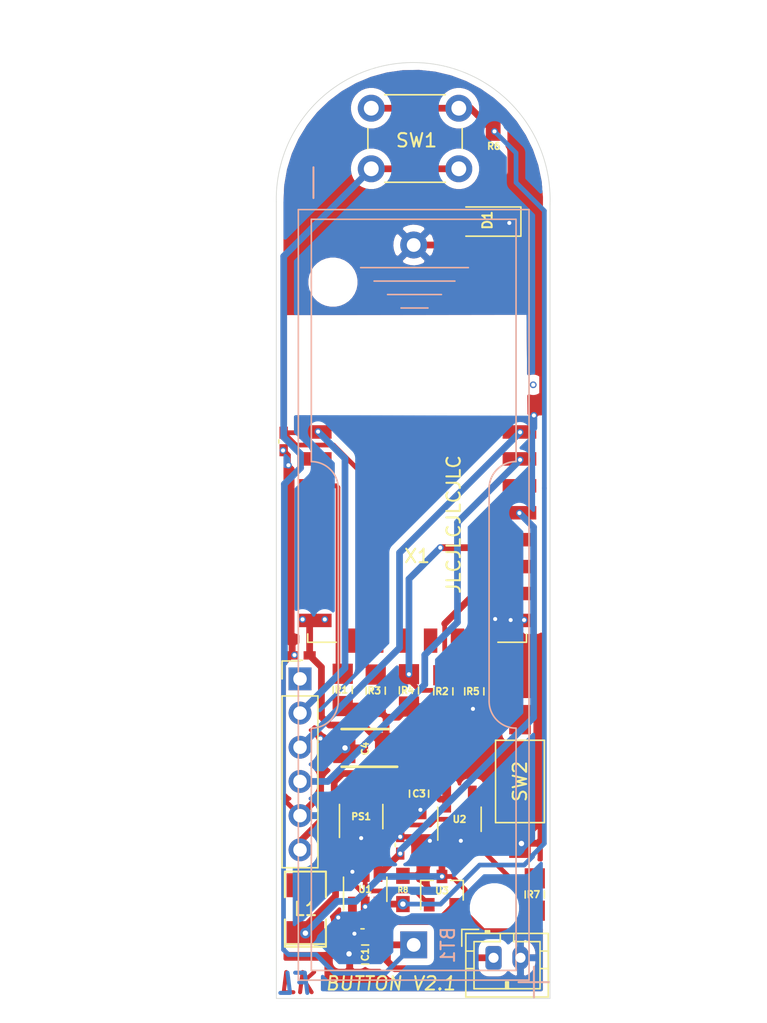
<source format=kicad_pcb>
(kicad_pcb (version 20171130) (host pcbnew "(5.1.9)-1")

  (general
    (thickness 1.6)
    (drawings 11)
    (tracks 235)
    (zones 0)
    (modules 27)
    (nets 18)
  )

  (page A4)
  (layers
    (0 F.Cu signal)
    (31 B.Cu signal)
    (32 B.Adhes user)
    (33 F.Adhes user)
    (34 B.Paste user hide)
    (35 F.Paste user)
    (36 B.SilkS user)
    (37 F.SilkS user)
    (38 B.Mask user hide)
    (39 F.Mask user)
    (40 Dwgs.User user)
    (41 Cmts.User user)
    (42 Eco1.User user)
    (43 Eco2.User user)
    (44 Edge.Cuts user)
    (45 Margin user)
    (46 B.CrtYd user hide)
    (47 F.CrtYd user)
    (48 B.Fab user hide)
    (49 F.Fab user)
  )

  (setup
    (last_trace_width 0.25)
    (user_trace_width 0.35)
    (user_trace_width 0.5)
    (trace_clearance 0.2)
    (zone_clearance 0.508)
    (zone_45_only no)
    (trace_min 0.2)
    (via_size 0.8)
    (via_drill 0.4)
    (via_min_size 0.4)
    (via_min_drill 0.3)
    (user_via 0.5 0.3)
    (uvia_size 0.3)
    (uvia_drill 0.1)
    (uvias_allowed no)
    (uvia_min_size 0.2)
    (uvia_min_drill 0.1)
    (edge_width 0.05)
    (segment_width 0.2)
    (pcb_text_width 0.3)
    (pcb_text_size 1.5 1.5)
    (mod_edge_width 0.12)
    (mod_text_size 1 1)
    (mod_text_width 0.15)
    (pad_size 1.524 1.524)
    (pad_drill 0.762)
    (pad_to_mask_clearance 0)
    (aux_axis_origin 0 0)
    (visible_elements 7FFFFFFF)
    (pcbplotparams
      (layerselection 0x010fc_ffffffff)
      (usegerberextensions false)
      (usegerberattributes false)
      (usegerberadvancedattributes true)
      (creategerberjobfile false)
      (excludeedgelayer true)
      (linewidth 0.100000)
      (plotframeref false)
      (viasonmask false)
      (mode 1)
      (useauxorigin false)
      (hpglpennumber 1)
      (hpglpenspeed 20)
      (hpglpendiameter 15.000000)
      (psnegative false)
      (psa4output false)
      (plotreference true)
      (plotvalue true)
      (plotinvisibletext false)
      (padsonsilk false)
      (subtractmaskfromsilk false)
      (outputformat 1)
      (mirror false)
      (drillshape 0)
      (scaleselection 1)
      (outputdirectory ""))
  )

  (net 0 "")
  (net 1 /VCC)
  (net 2 /GND)
  (net 3 /RST)
  (net 4 /RX)
  (net 5 /TX)
  (net 6 /EN)
  (net 7 /GPIO2)
  (net 8 /GPIO0)
  (net 9 "Net-(BT1-Pad1)")
  (net 10 "Net-(L1-Pad2)")
  (net 11 /GPIO15)
  (net 12 "Net-(PS1-Pad3)")
  (net 13 /GPIO4)
  (net 14 "Net-(D1-Pad2)")
  (net 15 "Net-(L1-Pad1)")
  (net 16 "Net-(R6-Pad1)")
  (net 17 "Net-(U1-Pad5)")

  (net_class Default "This is the default net class."
    (clearance 0.2)
    (trace_width 0.25)
    (via_dia 0.8)
    (via_drill 0.4)
    (uvia_dia 0.3)
    (uvia_drill 0.1)
    (add_net /EN)
    (add_net /GND)
    (add_net /GPIO0)
    (add_net /GPIO15)
    (add_net /GPIO2)
    (add_net /GPIO4)
    (add_net /RST)
    (add_net /RX)
    (add_net /TX)
    (add_net /VCC)
    (add_net "Net-(BT1-Pad1)")
    (add_net "Net-(D1-Pad2)")
    (add_net "Net-(L1-Pad1)")
    (add_net "Net-(L1-Pad2)")
    (add_net "Net-(PS1-Pad3)")
    (add_net "Net-(R6-Pad1)")
    (add_net "Net-(U1-Pad5)")
  )

  (module handsolder:SOT-23-5_HandSolderingmod (layer F.Cu) (tedit 6035922E) (tstamp 603AE106)
    (at 123.1 100 90)
    (descr "5-pin SOT23 package")
    (tags "SOT-23-5 hand-soldering")
    (path /603AF677)
    (attr smd)
    (fp_text reference PS1 (at 0 0) (layer F.SilkS)
      (effects (font (size 0.5 0.5) (thickness 0.125)))
    )
    (fp_text value TPS61097A-33DBVR (at 10.287 1.143 90) (layer F.SilkS) hide
      (effects (font (size 1 1) (thickness 0.15)))
    )
    (fp_line (start 2.38 1.8) (end -2.38 1.8) (layer F.CrtYd) (width 0.05))
    (fp_line (start 2.38 1.8) (end 2.38 -1.8) (layer F.CrtYd) (width 0.05))
    (fp_line (start -2.38 -1.8) (end -2.38 1.8) (layer F.CrtYd) (width 0.05))
    (fp_line (start -2.38 -1.8) (end 2.38 -1.8) (layer F.CrtYd) (width 0.05))
    (fp_line (start 0.9 -1.55) (end 0.9 1.55) (layer F.Fab) (width 0.1))
    (fp_line (start 0.9 1.55) (end -0.9 1.55) (layer F.Fab) (width 0.1))
    (fp_line (start -0.9 -0.9) (end -0.9 1.55) (layer F.Fab) (width 0.1))
    (fp_line (start 0.9 -1.55) (end -0.25 -1.55) (layer F.Fab) (width 0.1))
    (fp_line (start -0.9 -0.9) (end -0.25 -1.55) (layer F.Fab) (width 0.1))
    (fp_line (start 0.9 -1.61) (end -1.55 -1.61) (layer F.SilkS) (width 0.12))
    (fp_line (start -0.9 1.61) (end 0.9 1.61) (layer F.SilkS) (width 0.12))
    (fp_text user %R (at 0 0 180) (layer F.Fab)
      (effects (font (size 0.5 0.5) (thickness 0.075)))
    )
    (pad 5 smd rect (at 1.5 -0.95 90) (size 2 0.65) (layers F.Cu F.Paste F.Mask)
      (net 10 "Net-(L1-Pad2)"))
    (pad 4 smd rect (at 1.5 0.95 90) (size 2 0.65) (layers F.Cu F.Paste F.Mask)
      (net 1 /VCC))
    (pad 3 smd rect (at -1.55 0.95 90) (size 2 0.65) (layers F.Cu F.Paste F.Mask)
      (net 12 "Net-(PS1-Pad3)"))
    (pad 2 smd trapezoid (at -1.55 0 90) (size 2 0.65) (layers F.Cu F.Paste F.Mask)
      (net 2 /GND))
    (pad 1 smd rect (at -1.55 -0.95 90) (size 2 0.65) (layers F.Cu F.Paste F.Mask)
      (net 15 "Net-(L1-Pad1)"))
    (model ${KISYS3DMOD}/Package_TO_SOT_SMD.3dshapes/SOT-23-5.wrl
      (at (xyz 0 0 0))
      (scale (xyz 1 1 1))
      (rotate (xyz 0 0 0))
    )
  )

  (module SamacSys_Parts:CAPPM3528X210N (layer F.Cu) (tedit 60364A5B) (tstamp 603AE068)
    (at 123.4 94.9 180)
    (descr T495B-10)
    (tags "Capacitor Polarised")
    (path /603CE4B0)
    (attr smd)
    (fp_text reference C4 (at 0 -0.05 270) (layer F.SilkS)
      (effects (font (size 0.5 0.5) (thickness 0.125)))
    )
    (fp_text value 100uF (at 0 0 180) (layer F.SilkS) hide
      (effects (font (size 1.27 1.27) (thickness 0.254)))
    )
    (fp_line (start -1.75 1.4) (end 1.75 1.4) (layer F.SilkS) (width 0.2))
    (fp_line (start 1.75 -1.4) (end -2.375 -1.4) (layer F.SilkS) (width 0.2))
    (fp_line (start -1.75 -0.575) (end -0.925 -1.4) (layer F.Fab) (width 0.1))
    (fp_line (start -1.75 1.4) (end -1.75 -1.4) (layer F.Fab) (width 0.1))
    (fp_line (start 1.75 1.4) (end -1.75 1.4) (layer F.Fab) (width 0.1))
    (fp_line (start 1.75 -1.4) (end 1.75 1.4) (layer F.Fab) (width 0.1))
    (fp_line (start -1.75 -1.4) (end 1.75 -1.4) (layer F.Fab) (width 0.1))
    (fp_line (start -2.625 1.75) (end -2.625 -1.75) (layer F.CrtYd) (width 0.05))
    (fp_line (start 2.625 1.75) (end -2.625 1.75) (layer F.CrtYd) (width 0.05))
    (fp_line (start 2.625 -1.75) (end 2.625 1.75) (layer F.CrtYd) (width 0.05))
    (fp_line (start -2.625 -1.75) (end 2.625 -1.75) (layer F.CrtYd) (width 0.05))
    (fp_text user %R (at 0 0 180) (layer F.Fab)
      (effects (font (size 1.27 1.27) (thickness 0.254)))
    )
    (pad 2 smd rect (at 1.55 0 180) (size 1.65 2.25) (layers F.Cu F.Paste F.Mask)
      (net 2 /GND))
    (pad 1 smd rect (at -1.55 0 180) (size 1.65 2.25) (layers F.Cu F.Paste F.Mask)
      (net 1 /VCC))
    (model "C:\\Program Files\\KiCad\\SamacSys_Parts.3dshapes\\T495B476K006ATE450.stp"
      (at (xyz 0 0 0))
      (scale (xyz 1 1 1))
      (rotate (xyz 0 0 0))
    )
  )

  (module handsolder:R_0603_1608Metric_Pad0.98x0.95mm_HandSolder_mod (layer F.Cu) (tedit 603590E8) (tstamp 603D3478)
    (at 126.2 105.45 90)
    (descr "Resistor SMD 0603 (1608 Metric), square (rectangular) end terminal, IPC_7351 nominal with elongated pad for handsoldering. (Body size source: IPC-SM-782 page 72, https://www.pcb-3d.com/wordpress/wp-content/uploads/ipc-sm-782a_amendment_1_and_2.pdf), generated with kicad-footprint-generator")
    (tags "resistor handsolder")
    (path /603D6045)
    (attr smd)
    (fp_text reference R8 (at 0 0 180) (layer F.SilkS)
      (effects (font (size 0.4 0.4) (thickness 0.1)))
    )
    (fp_text value 10k (at 0 1.43 90) (layer F.Fab)
      (effects (font (size 1 1) (thickness 0.15)))
    )
    (fp_line (start 1.65 0.73) (end -1.65 0.73) (layer F.CrtYd) (width 0.05))
    (fp_line (start 1.65 -0.73) (end 1.65 0.73) (layer F.CrtYd) (width 0.05))
    (fp_line (start -1.65 -0.73) (end 1.65 -0.73) (layer F.CrtYd) (width 0.05))
    (fp_line (start -1.65 0.73) (end -1.65 -0.73) (layer F.CrtYd) (width 0.05))
    (fp_line (start 0.8 0.4125) (end -0.8 0.4125) (layer F.Fab) (width 0.1))
    (fp_line (start 0.8 -0.4125) (end 0.8 0.4125) (layer F.Fab) (width 0.1))
    (fp_line (start -0.8 -0.4125) (end 0.8 -0.4125) (layer F.Fab) (width 0.1))
    (fp_line (start -0.8 0.4125) (end -0.8 -0.4125) (layer F.Fab) (width 0.1))
    (fp_text user %R (at 0 0 90) (layer F.Fab)
      (effects (font (size 0.4 0.4) (thickness 0.06)))
    )
    (pad 2 smd rect (at 1.05 0 90) (size 1.2 1) (layers F.Cu F.Paste F.Mask)
      (net 2 /GND))
    (pad 1 smd rect (at -1.05 0 90) (size 1.2 1) (layers F.Cu F.Paste F.Mask)
      (net 16 "Net-(R6-Pad1)"))
    (model ${KISYS3DMOD}/Resistor_SMD.3dshapes/R_0603_1608Metric.wrl
      (at (xyz 0 0 0))
      (scale (xyz 1 1 1))
      (rotate (xyz 0 0 0))
    )
  )

  (module handsolder:SOT-23 (layer F.Cu) (tedit 6035930F) (tstamp 603D2C93)
    (at 129.1 105.5 90)
    (descr "SOT-23, Standard")
    (tags SOT-23)
    (path /603E46C7)
    (attr smd)
    (fp_text reference U3 (at 0 0) (layer F.SilkS)
      (effects (font (size 0.5 0.5) (thickness 0.125)))
    )
    (fp_text value TSM2323CX (at 0 2.5 90) (layer F.Fab)
      (effects (font (size 1 1) (thickness 0.15)))
    )
    (fp_line (start 0.76 1.58) (end -0.7 1.58) (layer F.SilkS) (width 0.12))
    (fp_line (start 0.76 -1.58) (end -1.4 -1.58) (layer F.SilkS) (width 0.12))
    (fp_line (start -1.7 1.75) (end -1.7 -1.75) (layer F.CrtYd) (width 0.05))
    (fp_line (start 1.7 1.75) (end -1.7 1.75) (layer F.CrtYd) (width 0.05))
    (fp_line (start 1.7 -1.75) (end 1.7 1.75) (layer F.CrtYd) (width 0.05))
    (fp_line (start -1.7 -1.75) (end 1.7 -1.75) (layer F.CrtYd) (width 0.05))
    (fp_line (start 0.76 -1.58) (end 0.76 -0.65) (layer F.SilkS) (width 0.12))
    (fp_line (start 0.76 1.58) (end 0.76 0.65) (layer F.SilkS) (width 0.12))
    (fp_line (start -0.7 1.52) (end 0.7 1.52) (layer F.Fab) (width 0.1))
    (fp_line (start 0.7 -1.52) (end 0.7 1.52) (layer F.Fab) (width 0.1))
    (fp_line (start -0.7 -0.95) (end -0.15 -1.52) (layer F.Fab) (width 0.1))
    (fp_line (start -0.15 -1.52) (end 0.7 -1.52) (layer F.Fab) (width 0.1))
    (fp_line (start -0.7 -0.95) (end -0.7 1.5) (layer F.Fab) (width 0.1))
    (fp_text user %R (at 0 0) (layer F.Fab)
      (effects (font (size 0.5 0.5) (thickness 0.075)))
    )
    (pad 3 smd rect (at 1.05 0 90) (size 1 0.8) (layers F.Cu F.Paste F.Mask)
      (net 15 "Net-(L1-Pad1)"))
    (pad 2 smd rect (at -1.05 0.95 90) (size 1 0.8) (layers F.Cu F.Paste F.Mask)
      (net 9 "Net-(BT1-Pad1)"))
    (pad 1 smd rect (at -1.05 -0.95 90) (size 1 0.8) (layers F.Cu F.Paste F.Mask)
      (net 17 "Net-(U1-Pad5)"))
    (model ${KISYS3DMOD}/Package_TO_SOT_SMD.3dshapes/SOT-23.wrl
      (at (xyz 0 0 0))
      (scale (xyz 1 1 1))
      (rotate (xyz 0 0 0))
    )
  )

  (module handsolder:SOT-23-6handsoldering (layer F.Cu) (tedit 603591F5) (tstamp 603D2C56)
    (at 123.4 105.4 90)
    (descr "6-pin SOT-23 package")
    (tags SOT-23-6)
    (path /603D1EAB)
    (attr smd)
    (fp_text reference U1 (at 0 0) (layer F.SilkS)
      (effects (font (size 0.5 0.5) (thickness 0.125)))
    )
    (fp_text value TPL5110 (at 0 2.9 270) (layer F.Fab)
      (effects (font (size 1 1) (thickness 0.15)))
    )
    (fp_line (start 0.9 -1.55) (end 0.9 1.55) (layer F.Fab) (width 0.1))
    (fp_line (start 0.9 1.55) (end -0.9 1.55) (layer F.Fab) (width 0.1))
    (fp_line (start -0.9 -0.9) (end -0.9 1.55) (layer F.Fab) (width 0.1))
    (fp_line (start 0.9 -1.55) (end -0.25 -1.55) (layer F.Fab) (width 0.1))
    (fp_line (start -0.9 -0.9) (end -0.25 -1.55) (layer F.Fab) (width 0.1))
    (fp_line (start -1.9 -1.8) (end -1.9 1.8) (layer F.CrtYd) (width 0.05))
    (fp_line (start -1.9 1.8) (end 1.9 1.8) (layer F.CrtYd) (width 0.05))
    (fp_line (start 1.9 1.8) (end 1.9 -1.8) (layer F.CrtYd) (width 0.05))
    (fp_line (start 1.9 -1.8) (end -1.9 -1.8) (layer F.CrtYd) (width 0.05))
    (fp_line (start 0.9 -1.61) (end -1.55 -1.61) (layer F.SilkS) (width 0.12))
    (fp_line (start -0.9 1.61) (end 0.9 1.61) (layer F.SilkS) (width 0.12))
    (fp_text user %R (at 0 0 180) (layer F.Fab)
      (effects (font (size 0.5 0.5) (thickness 0.075)))
    )
    (pad 5 smd rect (at 1.3 0 90) (size 1.5 0.65) (layers F.Cu F.Paste F.Mask)
      (net 17 "Net-(U1-Pad5)"))
    (pad 6 smd rect (at 1.3 -0.95 90) (size 1.5 0.65) (layers F.Cu F.Paste F.Mask)
      (net 2 /GND))
    (pad 4 smd rect (at 1.3 0.95 90) (size 1.5 0.65) (layers F.Cu F.Paste F.Mask)
      (net 13 /GPIO4))
    (pad 3 smd rect (at -1.3 0.95 90) (size 1.5 0.65) (layers F.Cu F.Paste F.Mask)
      (net 16 "Net-(R6-Pad1)"))
    (pad 2 smd rect (at -1.3 0 90) (size 1.5 0.65) (layers F.Cu F.Paste F.Mask)
      (net 2 /GND))
    (pad 1 smd rect (at -1.3 -0.95 90) (size 1.5 0.65) (layers F.Cu F.Paste F.Mask)
      (net 9 "Net-(BT1-Pad1)"))
    (model ${KISYS3DMOD}/Package_TO_SOT_SMD.3dshapes/SOT-23-6.wrl
      (at (xyz 0 0 0))
      (scale (xyz 1 1 1))
      (rotate (xyz 0 0 0))
    )
  )

  (module handsolder:C_0805_2012handsodermodmod (layer F.Cu) (tedit 60359167) (tstamp 603D2BB0)
    (at 132.9 50.2 270)
    (descr "Capacitor SMD 0805 (2012 Metric), square (rectangular) end terminal, IPC_7351 nominal with elongated pad for handsoldering. (Body size source: https://docs.google.com/spreadsheets/d/1BsfQQcO9C6DZCsRaXUlFlo91Tg2WpOkGARC1WS5S8t0/edit?usp=sharing), generated with kicad-footprint-generator")
    (tags "capacitor handsolder")
    (path /603D731C)
    (attr smd)
    (fp_text reference R6 (at 0 -0.05 180) (layer F.SilkS)
      (effects (font (size 0.5 0.5) (thickness 0.125)))
    )
    (fp_text value 1k (at 0 1.65 90) (layer F.Fab) hide
      (effects (font (size 1 1) (thickness 0.15)))
    )
    (fp_line (start 2.05 0.95) (end -2 0.95) (layer F.CrtYd) (width 0.05))
    (fp_line (start 2.05 -0.95) (end 2.05 0.95) (layer F.CrtYd) (width 0.05))
    (fp_line (start -2 -0.95) (end 2.05 -0.95) (layer F.CrtYd) (width 0.05))
    (fp_line (start -2 0.95) (end -2 -0.95) (layer F.CrtYd) (width 0.05))
    (fp_line (start 1 0.6) (end -1 0.6) (layer F.Fab) (width 0.1))
    (fp_line (start 1 -0.6) (end 1 0.6) (layer F.Fab) (width 0.1))
    (fp_line (start -1 -0.6) (end 1 -0.6) (layer F.Fab) (width 0.1))
    (fp_line (start -1 0.6) (end -1 -0.6) (layer F.Fab) (width 0.1))
    (fp_text user %R (at 0 0 90) (layer F.Fab)
      (effects (font (size 0.5 0.5) (thickness 0.08)))
    )
    (pad 2 smd rect (at 1.15 0 270) (size 1.5 1.1) (layers F.Cu F.Paste F.Mask)
      (net 14 "Net-(D1-Pad2)"))
    (pad 1 smd rect (at -1.15 0 270) (size 1.5 1.1) (layers F.Cu F.Paste F.Mask)
      (net 16 "Net-(R6-Pad1)"))
    (model ${KISYS3DMOD}/Capacitor_SMD.3dshapes/C_0805_2012Metric.wrl
      (at (xyz 0 0 0))
      (scale (xyz 1 1 1))
      (rotate (xyz 0 0 0))
    )
  )

  (module handsolder:C_0402_1005Metric_Pad0.74x0.62mm_HandSoldermod (layer F.Cu) (tedit 6036714F) (tstamp 603D2A7C)
    (at 126 102.1 90)
    (descr "Capacitor SMD 0402 (1005 Metric), square (rectangular) end terminal, IPC_7351 nominal with elongated pad for handsoldering. (Body size source: IPC-SM-782 page 76, https://www.pcb-3d.com/wordpress/wp-content/uploads/ipc-sm-782a_amendment_1_and_2.pdf), generated with kicad-footprint-generator")
    (tags "capacitor handsolder")
    (path /603E163B)
    (attr smd)
    (fp_text reference C7 (at 0 0 90) (layer F.SilkS) hide
      (effects (font (size 0.5 0.5) (thickness 0.125)))
    )
    (fp_text value 100nF (at 0 1.16 90) (layer F.Fab)
      (effects (font (size 1 1) (thickness 0.15)))
    )
    (fp_line (start 1.08 0.46) (end -1.08 0.46) (layer F.CrtYd) (width 0.05))
    (fp_line (start 1.08 -0.46) (end 1.08 0.46) (layer F.CrtYd) (width 0.05))
    (fp_line (start -1.08 -0.46) (end 1.08 -0.46) (layer F.CrtYd) (width 0.05))
    (fp_line (start -1.08 0.46) (end -1.08 -0.46) (layer F.CrtYd) (width 0.05))
    (fp_line (start -0.115835 -0.36) (end 0.115835 -0.36) (layer F.SilkS) (width 0.12))
    (fp_line (start 0.5 0.25) (end -0.5 0.25) (layer F.Fab) (width 0.1))
    (fp_line (start 0.5 -0.25) (end 0.5 0.25) (layer F.Fab) (width 0.1))
    (fp_line (start -0.5 -0.25) (end 0.5 -0.25) (layer F.Fab) (width 0.1))
    (fp_line (start -0.5 0.25) (end -0.5 -0.25) (layer F.Fab) (width 0.1))
    (fp_text user %R (at 0 0 90) (layer F.Fab)
      (effects (font (size 0.25 0.25) (thickness 0.04)))
    )
    (pad 2 smd rect (at 0.65 0 90) (size 0.9 0.62) (layers F.Cu F.Paste F.Mask)
      (net 2 /GND))
    (pad 1 smd rect (at -0.65 0 90) (size 0.9 0.62) (layers F.Cu F.Paste F.Mask)
      (net 13 /GPIO4))
    (model ${KISYS3DMOD}/Capacitor_SMD.3dshapes/C_0402_1005Metric.wrl
      (at (xyz 0 0 0))
      (scale (xyz 1 1 1))
      (rotate (xyz 0 0 0))
    )
  )

  (module handsolder:C_0402_1005Metric_Pad0.74x0.62mm_HandSoldermod (layer F.Cu) (tedit 6036714F) (tstamp 603D2A6C)
    (at 123.2 108.7)
    (descr "Capacitor SMD 0402 (1005 Metric), square (rectangular) end terminal, IPC_7351 nominal with elongated pad for handsoldering. (Body size source: IPC-SM-782 page 76, https://www.pcb-3d.com/wordpress/wp-content/uploads/ipc-sm-782a_amendment_1_and_2.pdf), generated with kicad-footprint-generator")
    (tags "capacitor handsolder")
    (path /603D30CF)
    (attr smd)
    (fp_text reference C6 (at 0 0) (layer F.SilkS) hide
      (effects (font (size 0.5 0.5) (thickness 0.125)))
    )
    (fp_text value 100nF (at 0 1.16) (layer F.Fab)
      (effects (font (size 1 1) (thickness 0.15)))
    )
    (fp_line (start 1.08 0.46) (end -1.08 0.46) (layer F.CrtYd) (width 0.05))
    (fp_line (start 1.08 -0.46) (end 1.08 0.46) (layer F.CrtYd) (width 0.05))
    (fp_line (start -1.08 -0.46) (end 1.08 -0.46) (layer F.CrtYd) (width 0.05))
    (fp_line (start -1.08 0.46) (end -1.08 -0.46) (layer F.CrtYd) (width 0.05))
    (fp_line (start -0.115835 -0.36) (end 0.115835 -0.36) (layer F.SilkS) (width 0.12))
    (fp_line (start 0.5 0.25) (end -0.5 0.25) (layer F.Fab) (width 0.1))
    (fp_line (start 0.5 -0.25) (end 0.5 0.25) (layer F.Fab) (width 0.1))
    (fp_line (start -0.5 -0.25) (end 0.5 -0.25) (layer F.Fab) (width 0.1))
    (fp_line (start -0.5 0.25) (end -0.5 -0.25) (layer F.Fab) (width 0.1))
    (fp_text user %R (at 0 0) (layer F.Fab)
      (effects (font (size 0.25 0.25) (thickness 0.04)))
    )
    (pad 2 smd rect (at 0.65 0) (size 0.9 0.62) (layers F.Cu F.Paste F.Mask)
      (net 9 "Net-(BT1-Pad1)"))
    (pad 1 smd rect (at -0.65 0) (size 0.9 0.62) (layers F.Cu F.Paste F.Mask)
      (net 2 /GND))
    (model ${KISYS3DMOD}/Capacitor_SMD.3dshapes/C_0402_1005Metric.wrl
      (at (xyz 0 0 0))
      (scale (xyz 1 1 1))
      (rotate (xyz 0 0 0))
    )
  )

  (module handsolder:SMD-1210_Pol_inductor (layer F.Cu) (tedit 6037CDBB) (tstamp 602DB575)
    (at 118.96 106.88 90)
    (tags "CMS SM")
    (path /602E234D)
    (attr smd)
    (fp_text reference L1 (at 0.015 0.015) (layer F.SilkS)
      (effects (font (size 1 1) (thickness 0.15)))
    )
    (fp_text value "4.7 uH" (at 0 0.762 90) (layer F.Fab)
      (effects (font (size 1 1) (thickness 0.15)))
    )
    (fp_line (start -2.794 -1.524) (end -2.794 1.524) (layer F.SilkS) (width 0.15))
    (fp_line (start 0.889 1.524) (end 2.794 1.524) (layer F.SilkS) (width 0.15))
    (fp_line (start 2.794 1.524) (end 2.794 -1.524) (layer F.SilkS) (width 0.15))
    (fp_line (start 2.794 -1.524) (end 0.889 -1.524) (layer F.SilkS) (width 0.15))
    (fp_line (start -0.762 -1.524) (end -2.794 -1.524) (layer F.SilkS) (width 0.15))
    (fp_line (start -2.594 -1.524) (end -2.594 1.524) (layer F.SilkS) (width 0.15))
    (fp_line (start -2.794 1.524) (end -0.762 1.524) (layer F.SilkS) (width 0.15))
    (pad 1 smd rect (at -1.778 0 90) (size 1.778 2.794) (layers F.Cu F.Paste F.Mask)
      (net 15 "Net-(L1-Pad1)") (zone_connect 2))
    (pad 2 smd rect (at 1.778 0 90) (size 1.778 2.794) (layers F.Cu F.Paste F.Mask)
      (net 10 "Net-(L1-Pad2)"))
    (model SMD_Packages.3dshapes/SMD-1210_Pol.wrl
      (at (xyz 0 0 0))
      (scale (xyz 0.2 0.2 0.2))
      (rotate (xyz 0 0 0))
    )
    (model ${KISYS3DMOD}/Inductor_SMD.3dshapes/L_1206_3216Metric.step
      (at (xyz 0 0 0))
      (scale (xyz 1 1 1))
      (rotate (xyz 0 0 0))
    )
    (model ${KISYS3DMOD}/Inductor_SMD.3dshapes/L_1210_3225Metric.step
      (at (xyz 0 0 0))
      (scale (xyz 1 1 1))
      (rotate (xyz 0 0 0))
    )
  )

  (module LED_SMD:LED_1206_3216Metric_Castellated (layer F.Cu) (tedit 603A8330) (tstamp 602DB54A)
    (at 132.475 55.8 180)
    (descr "LED SMD 1206 (3216 Metric), castellated end terminal, IPC_7351 nominal, (Body size source: http://www.tortai-tech.com/upload/download/2011102023233369053.pdf), generated with kicad-footprint-generator")
    (tags "LED castellated")
    (path /602D28D1)
    (attr smd)
    (fp_text reference D1 (at 0 0.1 90) (layer F.SilkS)
      (effects (font (size 0.7 0.7) (thickness 0.15)))
    )
    (fp_text value LED (at 0 1.78) (layer F.Fab)
      (effects (font (size 1 1) (thickness 0.15)))
    )
    (fp_line (start 2.48 1.08) (end -2.48 1.08) (layer F.CrtYd) (width 0.05))
    (fp_line (start 2.48 -1.08) (end 2.48 1.08) (layer F.CrtYd) (width 0.05))
    (fp_line (start -2.48 -1.08) (end 2.48 -1.08) (layer F.CrtYd) (width 0.05))
    (fp_line (start -2.48 1.08) (end -2.48 -1.08) (layer F.CrtYd) (width 0.05))
    (fp_line (start -2.485 1.085) (end 1.6 1.085) (layer F.SilkS) (width 0.12))
    (fp_line (start -2.485 -1.085) (end -2.485 1.085) (layer F.SilkS) (width 0.12))
    (fp_line (start 1.6 -1.085) (end -2.485 -1.085) (layer F.SilkS) (width 0.12))
    (fp_line (start 1.6 0.8) (end 1.6 -0.8) (layer F.Fab) (width 0.1))
    (fp_line (start -1.6 0.8) (end 1.6 0.8) (layer F.Fab) (width 0.1))
    (fp_line (start -1.6 -0.4) (end -1.6 0.8) (layer F.Fab) (width 0.1))
    (fp_line (start -1.2 -0.8) (end -1.6 -0.4) (layer F.Fab) (width 0.1))
    (fp_line (start 1.6 -0.8) (end -1.2 -0.8) (layer F.Fab) (width 0.1))
    (fp_text user %R (at 0 0) (layer F.Fab)
      (effects (font (size 0.8 0.8) (thickness 0.12)))
    )
    (pad 2 smd roundrect (at 1.425 0 180) (size 1.6 1.65) (layers F.Cu F.Paste F.Mask) (roundrect_rratio 0.15625)
      (net 14 "Net-(D1-Pad2)"))
    (pad 1 smd roundrect (at -1.425 0 180) (size 1.6 1.65) (layers F.Cu F.Paste F.Mask) (roundrect_rratio 0.15625)
      (net 2 /GND))
    (model ${KISYS3DMOD}/LED_SMD.3dshapes/LED_1206_3216Metric_Castellated.wrl
      (at (xyz 0 0 0))
      (scale (xyz 1 1 1))
      (rotate (xyz 0 0 0))
    )
  )

  (module handsolder:SOT-23-5_HandSolderingmod (layer F.Cu) (tedit 6035922E) (tstamp 602E9ADE)
    (at 130.4 100.2 90)
    (descr "5-pin SOT23 package")
    (tags "SOT-23-5 hand-soldering")
    (path /602F5FBE)
    (attr smd)
    (fp_text reference U2 (at 0 0) (layer F.SilkS)
      (effects (font (size 0.5 0.5) (thickness 0.125)))
    )
    (fp_text value AP2112K-3.3 (at 10.287 1.143 90) (layer F.SilkS) hide
      (effects (font (size 1 1) (thickness 0.15)))
    )
    (fp_line (start -0.9 1.61) (end 0.9 1.61) (layer F.SilkS) (width 0.12))
    (fp_line (start 0.9 -1.61) (end -1.55 -1.61) (layer F.SilkS) (width 0.12))
    (fp_line (start -0.9 -0.9) (end -0.25 -1.55) (layer F.Fab) (width 0.1))
    (fp_line (start 0.9 -1.55) (end -0.25 -1.55) (layer F.Fab) (width 0.1))
    (fp_line (start -0.9 -0.9) (end -0.9 1.55) (layer F.Fab) (width 0.1))
    (fp_line (start 0.9 1.55) (end -0.9 1.55) (layer F.Fab) (width 0.1))
    (fp_line (start 0.9 -1.55) (end 0.9 1.55) (layer F.Fab) (width 0.1))
    (fp_line (start -2.38 -1.8) (end 2.38 -1.8) (layer F.CrtYd) (width 0.05))
    (fp_line (start -2.38 -1.8) (end -2.38 1.8) (layer F.CrtYd) (width 0.05))
    (fp_line (start 2.38 1.8) (end 2.38 -1.8) (layer F.CrtYd) (width 0.05))
    (fp_line (start 2.38 1.8) (end -2.38 1.8) (layer F.CrtYd) (width 0.05))
    (fp_text user %R (at 0 0 180) (layer F.Fab)
      (effects (font (size 0.5 0.5) (thickness 0.075)))
    )
    (pad 5 smd rect (at 1.5 -0.95 90) (size 2 0.65) (layers F.Cu F.Paste F.Mask)
      (net 1 /VCC))
    (pad 4 smd rect (at 1.5 0.95 90) (size 2 0.65) (layers F.Cu F.Paste F.Mask))
    (pad 3 smd rect (at -1.55 0.95 90) (size 2 0.65) (layers F.Cu F.Paste F.Mask)
      (net 12 "Net-(PS1-Pad3)"))
    (pad 2 smd trapezoid (at -1.55 0 90) (size 2 0.65) (layers F.Cu F.Paste F.Mask)
      (net 2 /GND))
    (pad 1 smd rect (at -1.55 -0.95 90) (size 2 0.65) (layers F.Cu F.Paste F.Mask)
      (net 15 "Net-(L1-Pad1)"))
    (model ${KISYS3DMOD}/Package_TO_SOT_SMD.3dshapes/SOT-23-5.wrl
      (at (xyz 0 0 0))
      (scale (xyz 1 1 1))
      (rotate (xyz 0 0 0))
    )
  )

  (module handsolder:C_0805_2012handsodermod (layer F.Cu) (tedit 603591CC) (tstamp 602DB538)
    (at 127.4 98.3 270)
    (descr "Capacitor SMD 0805 (2012 Metric), square (rectangular) end terminal, IPC_7351 nominal with elongated pad for handsoldering. (Body size source: https://docs.google.com/spreadsheets/d/1BsfQQcO9C6DZCsRaXUlFlo91Tg2WpOkGARC1WS5S8t0/edit?usp=sharing), generated with kicad-footprint-generator")
    (tags "capacitor handsolder")
    (path /602E3D4A)
    (attr smd)
    (fp_text reference C3 (at 0 0 180) (layer F.SilkS)
      (effects (font (size 0.5 0.5) (thickness 0.125)))
    )
    (fp_text value 10uF (at 0 1.65 90) (layer F.Fab) hide
      (effects (font (size 1 1) (thickness 0.15)))
    )
    (fp_line (start -1 0.6) (end -1 -0.6) (layer F.Fab) (width 0.1))
    (fp_line (start -1 -0.6) (end 1 -0.6) (layer F.Fab) (width 0.1))
    (fp_line (start 1 -0.6) (end 1 0.6) (layer F.Fab) (width 0.1))
    (fp_line (start 1 0.6) (end -1 0.6) (layer F.Fab) (width 0.1))
    (fp_line (start -0.261252 -0.71) (end 0.261252 -0.71) (layer F.SilkS) (width 0.12))
    (fp_line (start -0.261252 0.71) (end 0.261252 0.71) (layer F.SilkS) (width 0.12))
    (fp_line (start -2 0.95) (end -2 -0.95) (layer F.CrtYd) (width 0.05))
    (fp_line (start -2 -0.95) (end 2.05 -0.95) (layer F.CrtYd) (width 0.05))
    (fp_line (start 2.05 -0.95) (end 2.05 0.95) (layer F.CrtYd) (width 0.05))
    (fp_line (start 2.05 0.95) (end -2 0.95) (layer F.CrtYd) (width 0.05))
    (fp_text user %R (at 0 0 90) (layer F.Fab)
      (effects (font (size 0.5 0.5) (thickness 0.08)))
    )
    (pad 2 smd rect (at 1.15 0 270) (size 1.5 1.1) (layers F.Cu F.Paste F.Mask)
      (net 2 /GND))
    (pad 1 smd rect (at -1.15 0 270) (size 1.5 1.1) (layers F.Cu F.Paste F.Mask)
      (net 1 /VCC))
    (model ${KISYS3DMOD}/Capacitor_SMD.3dshapes/C_0805_2012Metric.wrl
      (at (xyz 0 0 0))
      (scale (xyz 1 1 1))
      (rotate (xyz 0 0 0))
    )
  )

  (module handsolder:C_0805_2012handsodermod (layer F.Cu) (tedit 603591CC) (tstamp 602DB516)
    (at 123.4 110.25)
    (descr "Capacitor SMD 0805 (2012 Metric), square (rectangular) end terminal, IPC_7351 nominal with elongated pad for handsoldering. (Body size source: https://docs.google.com/spreadsheets/d/1BsfQQcO9C6DZCsRaXUlFlo91Tg2WpOkGARC1WS5S8t0/edit?usp=sharing), generated with kicad-footprint-generator")
    (tags "capacitor handsolder")
    (path /602D0C1F)
    (attr smd)
    (fp_text reference C1 (at 0 0 90) (layer F.SilkS)
      (effects (font (size 0.5 0.5) (thickness 0.125)))
    )
    (fp_text value 10uF (at 0 1.65) (layer F.Fab) hide
      (effects (font (size 1 1) (thickness 0.15)))
    )
    (fp_line (start -1 0.6) (end -1 -0.6) (layer F.Fab) (width 0.1))
    (fp_line (start -1 -0.6) (end 1 -0.6) (layer F.Fab) (width 0.1))
    (fp_line (start 1 -0.6) (end 1 0.6) (layer F.Fab) (width 0.1))
    (fp_line (start 1 0.6) (end -1 0.6) (layer F.Fab) (width 0.1))
    (fp_line (start -0.261252 -0.71) (end 0.261252 -0.71) (layer F.SilkS) (width 0.12))
    (fp_line (start -0.261252 0.71) (end 0.261252 0.71) (layer F.SilkS) (width 0.12))
    (fp_line (start -2 0.95) (end -2 -0.95) (layer F.CrtYd) (width 0.05))
    (fp_line (start -2 -0.95) (end 2.05 -0.95) (layer F.CrtYd) (width 0.05))
    (fp_line (start 2.05 -0.95) (end 2.05 0.95) (layer F.CrtYd) (width 0.05))
    (fp_line (start 2.05 0.95) (end -2 0.95) (layer F.CrtYd) (width 0.05))
    (fp_text user %R (at 0 0) (layer F.Fab)
      (effects (font (size 0.5 0.5) (thickness 0.08)))
    )
    (pad 2 smd rect (at 1.15 0) (size 1.5 1.1) (layers F.Cu F.Paste F.Mask)
      (net 9 "Net-(BT1-Pad1)"))
    (pad 1 smd rect (at -1.15 0) (size 1.5 1.1) (layers F.Cu F.Paste F.Mask)
      (net 2 /GND))
    (model ${KISYS3DMOD}/Capacitor_SMD.3dshapes/C_0805_2012Metric.wrl
      (at (xyz 0 0 0))
      (scale (xyz 1 1 1))
      (rotate (xyz 0 0 0))
    )
  )

  (module handsolder:R_0805_2012handsoldermod (layer F.Cu) (tedit 60358F22) (tstamp 602DB5A8)
    (at 124.18 90.65 90)
    (descr "Resistor SMD 0805 (2012 Metric), square (rectangular) end terminal, IPC_7351 nominal with elongated pad for handsoldering. (Body size source: https://docs.google.com/spreadsheets/d/1BsfQQcO9C6DZCsRaXUlFlo91Tg2WpOkGARC1WS5S8t0/edit?usp=sharing), generated with kicad-footprint-generator")
    (tags "resistor handsolder")
    (path /602C7954)
    (attr smd)
    (fp_text reference R3 (at 0 -0.1) (layer F.SilkS)
      (effects (font (size 0.5 0.5) (thickness 0.125)))
    )
    (fp_text value 10k (at 0 1.65 90) (layer F.Fab) hide
      (effects (font (size 1 1) (thickness 0.15)))
    )
    (fp_line (start -1 0.6) (end -1 -0.6) (layer F.Fab) (width 0.1))
    (fp_line (start -1 -0.6) (end 1 -0.6) (layer F.Fab) (width 0.1))
    (fp_line (start 1 -0.6) (end 1 0.6) (layer F.Fab) (width 0.1))
    (fp_line (start 1 0.6) (end -1 0.6) (layer F.Fab) (width 0.1))
    (fp_line (start -0.261252 -0.71) (end 0.261252 -0.71) (layer F.SilkS) (width 0.12))
    (fp_line (start -0.261252 0.71) (end 0.261252 0.71) (layer F.SilkS) (width 0.12))
    (fp_line (start -2.05 0.95) (end -2.05 -0.95) (layer F.CrtYd) (width 0.05))
    (fp_line (start -2.05 -0.95) (end 2.05 -0.95) (layer F.CrtYd) (width 0.05))
    (fp_line (start 2.05 -0.95) (end 2.05 0.95) (layer F.CrtYd) (width 0.05))
    (fp_line (start 2.05 0.95) (end -2.05 0.95) (layer F.CrtYd) (width 0.05))
    (fp_text user %R (at 0 0 90) (layer F.Fab)
      (effects (font (size 0.5 0.5) (thickness 0.08)))
    )
    (pad 2 smd rect (at 1.2 0 90) (size 1.5 1.5) (layers F.Cu F.Paste F.Mask)
      (net 3 /RST))
    (pad 1 smd rect (at -1.2 0 90) (size 1.5 1.5) (layers F.Cu F.Paste F.Mask)
      (net 1 /VCC))
    (model ${KISYS3DMOD}/Resistor_SMD.3dshapes/R_0805_2012Metric.wrl
      (at (xyz 0 0 0))
      (scale (xyz 1 1 1))
      (rotate (xyz 0 0 0))
    )
  )

  (module handsolder:R_0805_2012handsoldermod (layer F.Cu) (tedit 60358F22) (tstamp 602DB586)
    (at 121.73 90.59 90)
    (descr "Resistor SMD 0805 (2012 Metric), square (rectangular) end terminal, IPC_7351 nominal with elongated pad for handsoldering. (Body size source: https://docs.google.com/spreadsheets/d/1BsfQQcO9C6DZCsRaXUlFlo91Tg2WpOkGARC1WS5S8t0/edit?usp=sharing), generated with kicad-footprint-generator")
    (tags "resistor handsolder")
    (path /602C727C)
    (attr smd)
    (fp_text reference R1 (at 0 -0.1) (layer F.SilkS)
      (effects (font (size 0.5 0.5) (thickness 0.125)))
    )
    (fp_text value 10k (at 0 1.65 90) (layer F.Fab) hide
      (effects (font (size 1 1) (thickness 0.15)))
    )
    (fp_line (start -1 0.6) (end -1 -0.6) (layer F.Fab) (width 0.1))
    (fp_line (start -1 -0.6) (end 1 -0.6) (layer F.Fab) (width 0.1))
    (fp_line (start 1 -0.6) (end 1 0.6) (layer F.Fab) (width 0.1))
    (fp_line (start 1 0.6) (end -1 0.6) (layer F.Fab) (width 0.1))
    (fp_line (start -0.261252 -0.71) (end 0.261252 -0.71) (layer F.SilkS) (width 0.12))
    (fp_line (start -0.261252 0.71) (end 0.261252 0.71) (layer F.SilkS) (width 0.12))
    (fp_line (start -2.05 0.95) (end -2.05 -0.95) (layer F.CrtYd) (width 0.05))
    (fp_line (start -2.05 -0.95) (end 2.05 -0.95) (layer F.CrtYd) (width 0.05))
    (fp_line (start 2.05 -0.95) (end 2.05 0.95) (layer F.CrtYd) (width 0.05))
    (fp_line (start 2.05 0.95) (end -2.05 0.95) (layer F.CrtYd) (width 0.05))
    (fp_text user %R (at 0 0 90) (layer F.Fab)
      (effects (font (size 0.5 0.5) (thickness 0.08)))
    )
    (pad 2 smd rect (at 1.2 0 90) (size 1.5 1.5) (layers F.Cu F.Paste F.Mask)
      (net 6 /EN))
    (pad 1 smd rect (at -1.2 0 90) (size 1.5 1.5) (layers F.Cu F.Paste F.Mask)
      (net 1 /VCC))
    (model ${KISYS3DMOD}/Resistor_SMD.3dshapes/R_0805_2012Metric.wrl
      (at (xyz 0 0 0))
      (scale (xyz 1 1 1))
      (rotate (xyz 0 0 0))
    )
  )

  (module handsolder:R_0805_2012handsoldermod (layer F.Cu) (tedit 60358F22) (tstamp 602E9A2F)
    (at 135.99 105.79 90)
    (descr "Resistor SMD 0805 (2012 Metric), square (rectangular) end terminal, IPC_7351 nominal with elongated pad for handsoldering. (Body size source: https://docs.google.com/spreadsheets/d/1BsfQQcO9C6DZCsRaXUlFlo91Tg2WpOkGARC1WS5S8t0/edit?usp=sharing), generated with kicad-footprint-generator")
    (tags "resistor handsolder")
    (path /602F7A06)
    (attr smd)
    (fp_text reference R7 (at 0 -0.1) (layer F.SilkS)
      (effects (font (size 0.5 0.5) (thickness 0.125)))
    )
    (fp_text value 10k (at 0 1.65 90) (layer F.Fab) hide
      (effects (font (size 1 1) (thickness 0.15)))
    )
    (fp_line (start -1 0.6) (end -1 -0.6) (layer F.Fab) (width 0.1))
    (fp_line (start -1 -0.6) (end 1 -0.6) (layer F.Fab) (width 0.1))
    (fp_line (start 1 -0.6) (end 1 0.6) (layer F.Fab) (width 0.1))
    (fp_line (start 1 0.6) (end -1 0.6) (layer F.Fab) (width 0.1))
    (fp_line (start -0.261252 -0.71) (end 0.261252 -0.71) (layer F.SilkS) (width 0.12))
    (fp_line (start -0.261252 0.71) (end 0.261252 0.71) (layer F.SilkS) (width 0.12))
    (fp_line (start -2.05 0.95) (end -2.05 -0.95) (layer F.CrtYd) (width 0.05))
    (fp_line (start -2.05 -0.95) (end 2.05 -0.95) (layer F.CrtYd) (width 0.05))
    (fp_line (start 2.05 -0.95) (end 2.05 0.95) (layer F.CrtYd) (width 0.05))
    (fp_line (start 2.05 0.95) (end -2.05 0.95) (layer F.CrtYd) (width 0.05))
    (fp_text user %R (at 0 0 90) (layer F.Fab)
      (effects (font (size 0.5 0.5) (thickness 0.08)))
    )
    (pad 2 smd rect (at 1.2 0 90) (size 1.5 1.5) (layers F.Cu F.Paste F.Mask)
      (net 12 "Net-(PS1-Pad3)"))
    (pad 1 smd rect (at -1.2 0 90) (size 1.5 1.5) (layers F.Cu F.Paste F.Mask)
      (net 15 "Net-(L1-Pad1)"))
    (model ${KISYS3DMOD}/Resistor_SMD.3dshapes/R_0805_2012Metric.wrl
      (at (xyz 0 0 0))
      (scale (xyz 1 1 1))
      (rotate (xyz 0 0 0))
    )
  )

  (module handsolder:R_0805_2012handsoldermod (layer F.Cu) (tedit 60358F22) (tstamp 602DB5CA)
    (at 131.5 90.7 90)
    (descr "Resistor SMD 0805 (2012 Metric), square (rectangular) end terminal, IPC_7351 nominal with elongated pad for handsoldering. (Body size source: https://docs.google.com/spreadsheets/d/1BsfQQcO9C6DZCsRaXUlFlo91Tg2WpOkGARC1WS5S8t0/edit?usp=sharing), generated with kicad-footprint-generator")
    (tags "resistor handsolder")
    (path /602CA91E)
    (attr smd)
    (fp_text reference R5 (at 0 -0.1) (layer F.SilkS)
      (effects (font (size 0.5 0.5) (thickness 0.125)))
    )
    (fp_text value 4.7k (at 0 1.65 90) (layer F.Fab) hide
      (effects (font (size 1 1) (thickness 0.15)))
    )
    (fp_line (start -1 0.6) (end -1 -0.6) (layer F.Fab) (width 0.1))
    (fp_line (start -1 -0.6) (end 1 -0.6) (layer F.Fab) (width 0.1))
    (fp_line (start 1 -0.6) (end 1 0.6) (layer F.Fab) (width 0.1))
    (fp_line (start 1 0.6) (end -1 0.6) (layer F.Fab) (width 0.1))
    (fp_line (start -0.261252 -0.71) (end 0.261252 -0.71) (layer F.SilkS) (width 0.12))
    (fp_line (start -0.261252 0.71) (end 0.261252 0.71) (layer F.SilkS) (width 0.12))
    (fp_line (start -2.05 0.95) (end -2.05 -0.95) (layer F.CrtYd) (width 0.05))
    (fp_line (start -2.05 -0.95) (end 2.05 -0.95) (layer F.CrtYd) (width 0.05))
    (fp_line (start 2.05 -0.95) (end 2.05 0.95) (layer F.CrtYd) (width 0.05))
    (fp_line (start 2.05 0.95) (end -2.05 0.95) (layer F.CrtYd) (width 0.05))
    (fp_text user %R (at 0 0 90) (layer F.Fab)
      (effects (font (size 0.5 0.5) (thickness 0.08)))
    )
    (pad 2 smd rect (at 1.2 0 90) (size 1.5 1.5) (layers F.Cu F.Paste F.Mask)
      (net 11 /GPIO15))
    (pad 1 smd rect (at -1.2 0 90) (size 1.5 1.5) (layers F.Cu F.Paste F.Mask)
      (net 2 /GND))
    (model ${KISYS3DMOD}/Resistor_SMD.3dshapes/R_0805_2012Metric.wrl
      (at (xyz 0 0 0))
      (scale (xyz 1 1 1))
      (rotate (xyz 0 0 0))
    )
  )

  (module handsolder:R_0805_2012handsoldermod (layer F.Cu) (tedit 60358F22) (tstamp 602DB5B9)
    (at 126.65 90.625 90)
    (descr "Resistor SMD 0805 (2012 Metric), square (rectangular) end terminal, IPC_7351 nominal with elongated pad for handsoldering. (Body size source: https://docs.google.com/spreadsheets/d/1BsfQQcO9C6DZCsRaXUlFlo91Tg2WpOkGARC1WS5S8t0/edit?usp=sharing), generated with kicad-footprint-generator")
    (tags "resistor handsolder")
    (path /602CA541)
    (attr smd)
    (fp_text reference R4 (at 0 -0.1) (layer F.SilkS)
      (effects (font (size 0.5 0.5) (thickness 0.125)))
    )
    (fp_text value 10k (at 0 1.65 90) (layer F.Fab) hide
      (effects (font (size 1 1) (thickness 0.15)))
    )
    (fp_line (start -1 0.6) (end -1 -0.6) (layer F.Fab) (width 0.1))
    (fp_line (start -1 -0.6) (end 1 -0.6) (layer F.Fab) (width 0.1))
    (fp_line (start 1 -0.6) (end 1 0.6) (layer F.Fab) (width 0.1))
    (fp_line (start 1 0.6) (end -1 0.6) (layer F.Fab) (width 0.1))
    (fp_line (start -0.261252 -0.71) (end 0.261252 -0.71) (layer F.SilkS) (width 0.12))
    (fp_line (start -0.261252 0.71) (end 0.261252 0.71) (layer F.SilkS) (width 0.12))
    (fp_line (start -2.05 0.95) (end -2.05 -0.95) (layer F.CrtYd) (width 0.05))
    (fp_line (start -2.05 -0.95) (end 2.05 -0.95) (layer F.CrtYd) (width 0.05))
    (fp_line (start 2.05 -0.95) (end 2.05 0.95) (layer F.CrtYd) (width 0.05))
    (fp_line (start 2.05 0.95) (end -2.05 0.95) (layer F.CrtYd) (width 0.05))
    (fp_text user %R (at 0 0 90) (layer F.Fab)
      (effects (font (size 0.5 0.5) (thickness 0.08)))
    )
    (pad 2 smd rect (at 1.2 0 90) (size 1.5 1.5) (layers F.Cu F.Paste F.Mask)
      (net 8 /GPIO0))
    (pad 1 smd rect (at -1.2 0 90) (size 1.5 1.5) (layers F.Cu F.Paste F.Mask)
      (net 1 /VCC))
    (model ${KISYS3DMOD}/Resistor_SMD.3dshapes/R_0805_2012Metric.wrl
      (at (xyz 0 0 0))
      (scale (xyz 1 1 1))
      (rotate (xyz 0 0 0))
    )
  )

  (module handsolder:R_0805_2012handsoldermod (layer F.Cu) (tedit 60358F22) (tstamp 602DB597)
    (at 129.2 90.7 90)
    (descr "Resistor SMD 0805 (2012 Metric), square (rectangular) end terminal, IPC_7351 nominal with elongated pad for handsoldering. (Body size source: https://docs.google.com/spreadsheets/d/1BsfQQcO9C6DZCsRaXUlFlo91Tg2WpOkGARC1WS5S8t0/edit?usp=sharing), generated with kicad-footprint-generator")
    (tags "resistor handsolder")
    (path /602CC605)
    (attr smd)
    (fp_text reference R2 (at 0 -0.1) (layer F.SilkS)
      (effects (font (size 0.5 0.5) (thickness 0.125)))
    )
    (fp_text value 10k (at 0 1.65 90) (layer F.Fab) hide
      (effects (font (size 1 1) (thickness 0.15)))
    )
    (fp_line (start -1 0.6) (end -1 -0.6) (layer F.Fab) (width 0.1))
    (fp_line (start -1 -0.6) (end 1 -0.6) (layer F.Fab) (width 0.1))
    (fp_line (start 1 -0.6) (end 1 0.6) (layer F.Fab) (width 0.1))
    (fp_line (start 1 0.6) (end -1 0.6) (layer F.Fab) (width 0.1))
    (fp_line (start -0.261252 -0.71) (end 0.261252 -0.71) (layer F.SilkS) (width 0.12))
    (fp_line (start -0.261252 0.71) (end 0.261252 0.71) (layer F.SilkS) (width 0.12))
    (fp_line (start -2.05 0.95) (end -2.05 -0.95) (layer F.CrtYd) (width 0.05))
    (fp_line (start -2.05 -0.95) (end 2.05 -0.95) (layer F.CrtYd) (width 0.05))
    (fp_line (start 2.05 -0.95) (end 2.05 0.95) (layer F.CrtYd) (width 0.05))
    (fp_line (start 2.05 0.95) (end -2.05 0.95) (layer F.CrtYd) (width 0.05))
    (fp_text user %R (at 0 0 90) (layer F.Fab)
      (effects (font (size 0.5 0.5) (thickness 0.08)))
    )
    (pad 2 smd rect (at 1.2 0 90) (size 1.5 1.5) (layers F.Cu F.Paste F.Mask)
      (net 7 /GPIO2))
    (pad 1 smd rect (at -1.2 0 90) (size 1.5 1.5) (layers F.Cu F.Paste F.Mask)
      (net 1 /VCC))
    (model ${KISYS3DMOD}/Resistor_SMD.3dshapes/R_0805_2012Metric.wrl
      (at (xyz 0 0 0))
      (scale (xyz 1 1 1))
      (rotate (xyz 0 0 0))
    )
  )

  (module handsolder:C_0402_1005Metric_Pad0.74x0.62mm_HandSoldermod (layer F.Cu) (tedit 6036714F) (tstamp 602DB527)
    (at 117.348 72.136 90)
    (descr "Capacitor SMD 0402 (1005 Metric), square (rectangular) end terminal, IPC_7351 nominal with elongated pad for handsoldering. (Body size source: IPC-SM-782 page 76, https://www.pcb-3d.com/wordpress/wp-content/uploads/ipc-sm-782a_amendment_1_and_2.pdf), generated with kicad-footprint-generator")
    (tags "capacitor handsolder")
    (path /602C896A)
    (attr smd)
    (fp_text reference C2 (at 0 0 90) (layer F.SilkS) hide
      (effects (font (size 0.5 0.5) (thickness 0.125)))
    )
    (fp_text value 100nF (at 0 1.16 90) (layer F.Fab)
      (effects (font (size 1 1) (thickness 0.15)))
    )
    (fp_line (start -0.5 0.25) (end -0.5 -0.25) (layer F.Fab) (width 0.1))
    (fp_line (start -0.5 -0.25) (end 0.5 -0.25) (layer F.Fab) (width 0.1))
    (fp_line (start 0.5 -0.25) (end 0.5 0.25) (layer F.Fab) (width 0.1))
    (fp_line (start 0.5 0.25) (end -0.5 0.25) (layer F.Fab) (width 0.1))
    (fp_line (start -0.115835 -0.36) (end 0.115835 -0.36) (layer F.SilkS) (width 0.12))
    (fp_line (start -1.08 0.46) (end -1.08 -0.46) (layer F.CrtYd) (width 0.05))
    (fp_line (start -1.08 -0.46) (end 1.08 -0.46) (layer F.CrtYd) (width 0.05))
    (fp_line (start 1.08 -0.46) (end 1.08 0.46) (layer F.CrtYd) (width 0.05))
    (fp_line (start 1.08 0.46) (end -1.08 0.46) (layer F.CrtYd) (width 0.05))
    (fp_text user %R (at 0 0 90) (layer F.Fab)
      (effects (font (size 0.25 0.25) (thickness 0.04)))
    )
    (pad 2 smd rect (at 0.65 0 90) (size 0.9 0.62) (layers F.Cu F.Paste F.Mask)
      (net 3 /RST))
    (pad 1 smd rect (at -0.65 0 90) (size 0.9 0.62) (layers F.Cu F.Paste F.Mask)
      (net 2 /GND))
    (model ${KISYS3DMOD}/Capacitor_SMD.3dshapes/C_0402_1005Metric.wrl
      (at (xyz 0 0 0))
      (scale (xyz 1 1 1))
      (rotate (xyz 0 0 0))
    )
  )

  (module handsolder:ESP-12Elesssilk (layer F.Cu) (tedit 60343770) (tstamp 603AE9E3)
    (at 127.254 74.93)
    (descr "Wi-Fi Module, http://wiki.ai-thinker.com/_media/esp8266/docs/aithinker_esp_12f_datasheet_en.pdf")
    (tags "Wi-Fi Module")
    (path /603A9295)
    (attr smd)
    (fp_text reference X1 (at 0 5.715 -180) (layer F.SilkS)
      (effects (font (size 1 1) (thickness 0.15)))
    )
    (fp_text value ESP-12E (at -0.06 -12.78 -180) (layer F.Fab)
      (effects (font (size 1 1) (thickness 0.15)))
    )
    (fp_line (start -8 -12) (end 8 -12) (layer F.Fab) (width 0.12))
    (fp_line (start 8 -12) (end 8 12) (layer F.Fab) (width 0.12))
    (fp_line (start 8 12) (end -8 12) (layer F.Fab) (width 0.12))
    (fp_line (start -8 12) (end -8 -3) (layer F.Fab) (width 0.12))
    (fp_line (start -8 -3) (end -7.5 -3.5) (layer F.Fab) (width 0.12))
    (fp_line (start -7.5 -3.5) (end -8 -4) (layer F.Fab) (width 0.12))
    (fp_line (start -8 -4) (end -8 -12) (layer F.Fab) (width 0.12))
    (fp_line (start -9.05 -12.2) (end 9.05 -12.2) (layer F.CrtYd) (width 0.05))
    (fp_line (start 9.05 -12.2) (end 9.05 13.1) (layer F.CrtYd) (width 0.05))
    (fp_line (start 9.05 13.1) (end -9.05 13.1) (layer F.CrtYd) (width 0.05))
    (fp_line (start -9.05 13.1) (end -9.05 -12.2) (layer F.CrtYd) (width 0.05))
    (fp_line (start 8.12 11.5) (end 8.12 12.12) (layer F.SilkS) (width 0.12))
    (fp_line (start 8.12 12.12) (end 6 12.12) (layer F.SilkS) (width 0.12))
    (fp_line (start -6 12.12) (end -8.12 12.12) (layer F.SilkS) (width 0.12))
    (fp_line (start -8.12 12.12) (end -8.12 11.5) (layer F.SilkS) (width 0.12))
    (fp_line (start -8.12 -12.12) (end 8.12 -12.12) (layer Dwgs.User) (width 0.12))
    (fp_line (start 8.12 -12.12) (end 8.12 -4.8) (layer Dwgs.User) (width 0.12))
    (fp_line (start 8.12 -4.8) (end -8.12 -4.8) (layer Dwgs.User) (width 0.12))
    (fp_line (start -8.12 -4.8) (end -8.12 -12.12) (layer Dwgs.User) (width 0.12))
    (fp_line (start -8.12 -9.12) (end -5.12 -12.12) (layer Dwgs.User) (width 0.12))
    (fp_line (start -8.12 -6.12) (end -2.12 -12.12) (layer Dwgs.User) (width 0.12))
    (fp_line (start -6.44 -4.8) (end 0.88 -12.12) (layer Dwgs.User) (width 0.12))
    (fp_line (start -3.44 -4.8) (end 3.88 -12.12) (layer Dwgs.User) (width 0.12))
    (fp_line (start -0.44 -4.8) (end 6.88 -12.12) (layer Dwgs.User) (width 0.12))
    (fp_line (start 2.56 -4.8) (end 8.12 -10.36) (layer Dwgs.User) (width 0.12))
    (fp_line (start 5.56 -4.8) (end 8.12 -7.36) (layer Dwgs.User) (width 0.12))
    (fp_text user %R (at 0.49 -0.8 -180) (layer F.Fab)
      (effects (font (size 1 1) (thickness 0.15)))
    )
    (fp_text user "KEEP-OUT ZONE" (at 0.03 -9.55) (layer Cmts.User)
      (effects (font (size 1 1) (thickness 0.15)))
    )
    (fp_text user Antenna (at -0.06 -7) (layer Cmts.User)
      (effects (font (size 1 1) (thickness 0.15)))
    )
    (pad 22 smd rect (at 7.6 -3.5) (size 2.5 1) (layers F.Cu F.Paste F.Mask)
      (net 5 /TX))
    (pad 21 smd rect (at 7.6 -1.5) (size 2.5 1) (layers F.Cu F.Paste F.Mask)
      (net 4 /RX))
    (pad 20 smd rect (at 7.6 0.5) (size 2.5 1) (layers F.Cu F.Paste F.Mask))
    (pad 19 smd rect (at 7.6 2.5) (size 2.5 1) (layers F.Cu F.Paste F.Mask)
      (net 13 /GPIO4))
    (pad 18 smd rect (at 7.6 4.5) (size 2.5 1) (layers F.Cu F.Paste F.Mask)
      (net 8 /GPIO0))
    (pad 17 smd rect (at 7.6 6.5) (size 2.5 1) (layers F.Cu F.Paste F.Mask)
      (net 7 /GPIO2))
    (pad 16 smd rect (at 7.6 8.5) (size 2.5 1) (layers F.Cu F.Paste F.Mask)
      (net 11 /GPIO15))
    (pad 15 smd rect (at 7.6 10.5) (size 2.5 1) (layers F.Cu F.Paste F.Mask)
      (net 2 /GND))
    (pad 14 smd rect (at 5 12) (size 1 1.8) (layers F.Cu F.Paste F.Mask))
    (pad 13 smd rect (at 3 12) (size 1 1.8) (layers F.Cu F.Paste F.Mask))
    (pad 12 smd rect (at 1 12) (size 1 1.8) (layers F.Cu F.Paste F.Mask))
    (pad 11 smd rect (at -1 12) (size 1 1.8) (layers F.Cu F.Paste F.Mask))
    (pad 10 smd rect (at -3 12) (size 1 1.8) (layers F.Cu F.Paste F.Mask))
    (pad 9 smd rect (at -5 12) (size 1 1.8) (layers F.Cu F.Paste F.Mask))
    (pad 8 smd rect (at -7.6 10.5) (size 2.5 1) (layers F.Cu F.Paste F.Mask)
      (net 1 /VCC))
    (pad 7 smd rect (at -7.6 8.5) (size 2.5 1) (layers F.Cu F.Paste F.Mask))
    (pad 6 smd rect (at -7.6 6.5) (size 2.5 1) (layers F.Cu F.Paste F.Mask))
    (pad 5 smd rect (at -7.6 4.5) (size 2.5 1) (layers F.Cu F.Paste F.Mask))
    (pad 4 smd rect (at -7.6 2.5) (size 2.5 1) (layers F.Cu F.Paste F.Mask))
    (pad 3 smd rect (at -7.6 0.5) (size 2.5 1) (layers F.Cu F.Paste F.Mask)
      (net 6 /EN))
    (pad 2 smd rect (at -7.6 -1.5) (size 2.5 1) (layers F.Cu F.Paste F.Mask))
    (pad 1 smd rect (at -7.6 -3.5) (size 2.5 1) (layers F.Cu F.Paste F.Mask)
      (net 3 /RST))
    (model ${KISYS3DMOD}/RF_Module.3dshapes/ESP-12E.wrl
      (at (xyz 0 0 0))
      (scale (xyz 1 1 1))
      (rotate (xyz 0 0 0))
    )
  )

  (module handsolder:C_0402_1005Metric_Pad0.74x0.62mm_HandSoldermod (layer F.Cu) (tedit 6036714F) (tstamp 603AE078)
    (at 118.625 88.025 180)
    (descr "Capacitor SMD 0402 (1005 Metric), square (rectangular) end terminal, IPC_7351 nominal with elongated pad for handsoldering. (Body size source: IPC-SM-782 page 76, https://www.pcb-3d.com/wordpress/wp-content/uploads/ipc-sm-782a_amendment_1_and_2.pdf), generated with kicad-footprint-generator")
    (tags "capacitor handsolder")
    (path /603CA84E)
    (attr smd)
    (fp_text reference C5 (at 0 0) (layer F.SilkS) hide
      (effects (font (size 0.5 0.5) (thickness 0.125)))
    )
    (fp_text value 100nF (at 0 1.16) (layer F.Fab)
      (effects (font (size 1 1) (thickness 0.15)))
    )
    (fp_line (start -0.5 0.25) (end -0.5 -0.25) (layer F.Fab) (width 0.1))
    (fp_line (start -0.5 -0.25) (end 0.5 -0.25) (layer F.Fab) (width 0.1))
    (fp_line (start 0.5 -0.25) (end 0.5 0.25) (layer F.Fab) (width 0.1))
    (fp_line (start 0.5 0.25) (end -0.5 0.25) (layer F.Fab) (width 0.1))
    (fp_line (start -0.115835 -0.36) (end 0.115835 -0.36) (layer F.SilkS) (width 0.12))
    (fp_line (start -1.08 0.46) (end -1.08 -0.46) (layer F.CrtYd) (width 0.05))
    (fp_line (start -1.08 -0.46) (end 1.08 -0.46) (layer F.CrtYd) (width 0.05))
    (fp_line (start 1.08 -0.46) (end 1.08 0.46) (layer F.CrtYd) (width 0.05))
    (fp_line (start 1.08 0.46) (end -1.08 0.46) (layer F.CrtYd) (width 0.05))
    (fp_text user %R (at 0 0) (layer F.Fab)
      (effects (font (size 0.25 0.25) (thickness 0.04)))
    )
    (pad 2 smd rect (at 0.65 0 180) (size 0.9 0.62) (layers F.Cu F.Paste F.Mask)
      (net 2 /GND))
    (pad 1 smd rect (at -0.65 0 180) (size 0.9 0.62) (layers F.Cu F.Paste F.Mask)
      (net 1 /VCC))
    (model ${KISYS3DMOD}/Capacitor_SMD.3dshapes/C_0402_1005Metric.wrl
      (at (xyz 0 0 0))
      (scale (xyz 1 1 1))
      (rotate (xyz 0 0 0))
    )
  )

  (module Connector_JST:JST_PH_B2B-PH-K_1x02_P2.00mm_Vertical (layer F.Cu) (tedit 5B7745C2) (tstamp 602E9854)
    (at 132.93 110.49)
    (descr "JST PH series connector, B2B-PH-K (http://www.jst-mfg.com/product/pdf/eng/ePH.pdf), generated with kicad-footprint-generator")
    (tags "connector JST PH side entry")
    (path /602FBA1B)
    (fp_text reference BT2 (at 1 -2.9) (layer F.SilkS) hide
      (effects (font (size 1 1) (thickness 0.15)))
    )
    (fp_text value Battery_Cell (at 1 4) (layer F.Fab)
      (effects (font (size 1 1) (thickness 0.15)))
    )
    (fp_line (start 4.45 -2.2) (end -2.45 -2.2) (layer F.CrtYd) (width 0.05))
    (fp_line (start 4.45 3.3) (end 4.45 -2.2) (layer F.CrtYd) (width 0.05))
    (fp_line (start -2.45 3.3) (end 4.45 3.3) (layer F.CrtYd) (width 0.05))
    (fp_line (start -2.45 -2.2) (end -2.45 3.3) (layer F.CrtYd) (width 0.05))
    (fp_line (start 3.95 -1.7) (end -1.95 -1.7) (layer F.Fab) (width 0.1))
    (fp_line (start 3.95 2.8) (end 3.95 -1.7) (layer F.Fab) (width 0.1))
    (fp_line (start -1.95 2.8) (end 3.95 2.8) (layer F.Fab) (width 0.1))
    (fp_line (start -1.95 -1.7) (end -1.95 2.8) (layer F.Fab) (width 0.1))
    (fp_line (start -2.36 -2.11) (end -2.36 -0.86) (layer F.Fab) (width 0.1))
    (fp_line (start -1.11 -2.11) (end -2.36 -2.11) (layer F.Fab) (width 0.1))
    (fp_line (start -2.36 -2.11) (end -2.36 -0.86) (layer F.SilkS) (width 0.12))
    (fp_line (start -1.11 -2.11) (end -2.36 -2.11) (layer F.SilkS) (width 0.12))
    (fp_line (start 1 2.3) (end 1 1.8) (layer F.SilkS) (width 0.12))
    (fp_line (start 1.1 1.8) (end 1.1 2.3) (layer F.SilkS) (width 0.12))
    (fp_line (start 0.9 1.8) (end 1.1 1.8) (layer F.SilkS) (width 0.12))
    (fp_line (start 0.9 2.3) (end 0.9 1.8) (layer F.SilkS) (width 0.12))
    (fp_line (start 4.06 0.8) (end 3.45 0.8) (layer F.SilkS) (width 0.12))
    (fp_line (start 4.06 -0.5) (end 3.45 -0.5) (layer F.SilkS) (width 0.12))
    (fp_line (start -2.06 0.8) (end -1.45 0.8) (layer F.SilkS) (width 0.12))
    (fp_line (start -2.06 -0.5) (end -1.45 -0.5) (layer F.SilkS) (width 0.12))
    (fp_line (start 1.5 -1.2) (end 1.5 -1.81) (layer F.SilkS) (width 0.12))
    (fp_line (start 3.45 -1.2) (end 1.5 -1.2) (layer F.SilkS) (width 0.12))
    (fp_line (start 3.45 2.3) (end 3.45 -1.2) (layer F.SilkS) (width 0.12))
    (fp_line (start -1.45 2.3) (end 3.45 2.3) (layer F.SilkS) (width 0.12))
    (fp_line (start -1.45 -1.2) (end -1.45 2.3) (layer F.SilkS) (width 0.12))
    (fp_line (start 0.5 -1.2) (end -1.45 -1.2) (layer F.SilkS) (width 0.12))
    (fp_line (start 0.5 -1.81) (end 0.5 -1.2) (layer F.SilkS) (width 0.12))
    (fp_line (start -0.3 -1.91) (end -0.6 -1.91) (layer F.SilkS) (width 0.12))
    (fp_line (start -0.6 -2.01) (end -0.6 -1.81) (layer F.SilkS) (width 0.12))
    (fp_line (start -0.3 -2.01) (end -0.6 -2.01) (layer F.SilkS) (width 0.12))
    (fp_line (start -0.3 -1.81) (end -0.3 -2.01) (layer F.SilkS) (width 0.12))
    (fp_line (start 4.06 -1.81) (end -2.06 -1.81) (layer F.SilkS) (width 0.12))
    (fp_line (start 4.06 2.91) (end 4.06 -1.81) (layer F.SilkS) (width 0.12))
    (fp_line (start -2.06 2.91) (end 4.06 2.91) (layer F.SilkS) (width 0.12))
    (fp_line (start -2.06 -1.81) (end -2.06 2.91) (layer F.SilkS) (width 0.12))
    (fp_text user %R (at 1 1.5) (layer F.Fab)
      (effects (font (size 1 1) (thickness 0.15)))
    )
    (pad 2 thru_hole oval (at 2 0) (size 1.2 1.75) (drill 0.75) (layers *.Cu *.Mask)
      (net 2 /GND))
    (pad 1 thru_hole roundrect (at 0 0) (size 1.2 1.75) (drill 0.75) (layers *.Cu *.Mask) (roundrect_rratio 0.2083325)
      (net 9 "Net-(BT1-Pad1)"))
    (model ${KISYS3DMOD}/Connector_JST.3dshapes/JST_PH_B2B-PH-K_1x02_P2.00mm_Vertical.wrl
      (at (xyz 0 0 0))
      (scale (xyz 1 1 1))
      (rotate (xyz 0 0 0))
    )
  )

  (module Connector_PinHeader_2.54mm:PinHeader_1x06_P2.54mm_Vertical (layer F.Cu) (tedit 602DA37F) (tstamp 602DB564)
    (at 118.56 89.77)
    (descr "Through hole straight pin header, 1x06, 2.54mm pitch, single row")
    (tags "Through hole pin header THT 1x06 2.54mm single row")
    (path /602C477A)
    (fp_text reference J1 (at 0 -2.33) (layer F.SilkS) hide
      (effects (font (size 1 1) (thickness 0.15)))
    )
    (fp_text value Conn_01x06_Male (at 0 15.03) (layer F.Fab)
      (effects (font (size 1 1) (thickness 0.15)))
    )
    (fp_line (start 1.8 -1.4) (end -1.8 -1.4) (layer F.CrtYd) (width 0.05))
    (fp_line (start 1.8 14.5) (end 1.8 -1.4) (layer F.CrtYd) (width 0.05))
    (fp_line (start -1.8 14.5) (end 1.8 14.5) (layer F.CrtYd) (width 0.05))
    (fp_line (start -1.8 -1.4) (end -1.8 14.5) (layer F.CrtYd) (width 0.05))
    (fp_line (start -1.33 -1.33) (end 0 -1.33) (layer F.SilkS) (width 0.12))
    (fp_line (start -1.33 0) (end -1.33 -1.33) (layer F.SilkS) (width 0.12))
    (fp_line (start -1.33 1.27) (end 1.33 1.27) (layer F.SilkS) (width 0.12))
    (fp_line (start 1.33 1.27) (end 1.33 14.03) (layer F.SilkS) (width 0.12))
    (fp_line (start -1.33 1.27) (end -1.33 14.03) (layer F.SilkS) (width 0.12))
    (fp_line (start -1.33 14.03) (end 1.33 14.03) (layer F.SilkS) (width 0.12))
    (fp_line (start -1.27 -0.635) (end -0.635 -1.27) (layer F.Fab) (width 0.1))
    (fp_line (start -1.27 13.97) (end -1.27 -0.635) (layer F.Fab) (width 0.1))
    (fp_line (start 1.27 13.97) (end -1.27 13.97) (layer F.Fab) (width 0.1))
    (fp_line (start 1.27 -1.27) (end 1.27 13.97) (layer F.Fab) (width 0.1))
    (fp_line (start -0.635 -1.27) (end 1.27 -1.27) (layer F.Fab) (width 0.1))
    (fp_text user %R (at 0 6.35 90) (layer F.Fab)
      (effects (font (size 1 1) (thickness 0.15)))
    )
    (pad 6 thru_hole oval (at 0 12.7) (size 1.7 1.7) (drill 1) (layers *.Cu *.Mask)
      (net 1 /VCC))
    (pad 5 thru_hole oval (at 0 10.16) (size 1.7 1.7) (drill 1) (layers *.Cu *.Mask)
      (net 2 /GND))
    (pad 4 thru_hole oval (at 0 7.62) (size 1.7 1.7) (drill 1) (layers *.Cu *.Mask)
      (net 4 /RX))
    (pad 3 thru_hole oval (at 0 5.08) (size 1.7 1.7) (drill 1) (layers *.Cu *.Mask)
      (net 5 /TX))
    (pad 2 thru_hole oval (at 0 2.54) (size 1.7 1.7) (drill 1) (layers *.Cu *.Mask)
      (net 3 /RST))
    (pad 1 thru_hole rect (at 0 0) (size 1.7 1.7) (drill 1) (layers *.Cu *.Mask))
    (model ${KISYS3DMOD}/Connector_PinHeader_2.54mm.3dshapes/PinHeader_1x06_P2.54mm_Vertical.wrl
      (at (xyz 0 0 0))
      (scale (xyz 1 1 1))
      (rotate (xyz 0 0 0))
    )
  )

  (module switch:button_smd_hmsensor (layer F.Cu) (tedit 5FF5A4DE) (tstamp 602DB615)
    (at 134.89 97.39 270)
    (descr http://www.te.com/commerce/DocumentDelivery/DDEController?Action=srchrtrv&DocNm=1437566-3&DocType=Customer+Drawing&DocLang=English)
    (tags "SPST button tactile switch")
    (path /602CDBD4)
    (attr smd)
    (fp_text reference SW2 (at 0 0 90) (layer F.SilkS)
      (effects (font (size 1 1) (thickness 0.15)))
    )
    (fp_text value SW_Push (at 0.18 -2.75 180) (layer F.SilkS) hide
      (effects (font (size 0.8 0.8) (thickness 0.15)))
    )
    (fp_line (start -1.75 -1) (end 1.75 -1) (layer F.Fab) (width 0.1))
    (fp_line (start 1.75 -1) (end 1.75 1) (layer F.Fab) (width 0.1))
    (fp_line (start 1.75 1) (end -1.75 1) (layer F.Fab) (width 0.1))
    (fp_line (start -1.75 1) (end -1.75 -1) (layer F.Fab) (width 0.1))
    (fp_line (start -3.06 -1.81) (end 3.06 -1.81) (layer F.SilkS) (width 0.12))
    (fp_line (start 3.06 -1.81) (end 3.06 1.81) (layer F.SilkS) (width 0.12))
    (fp_line (start 3.06 1.81) (end -3.06 1.81) (layer F.SilkS) (width 0.12))
    (fp_line (start -3.06 1.81) (end -3.06 -1.81) (layer F.SilkS) (width 0.12))
    (fp_line (start -1.5 0.8) (end 1.5 0.8) (layer F.Fab) (width 0.1))
    (fp_line (start -1.5 -0.8) (end 1.5 -0.8) (layer F.Fab) (width 0.1))
    (fp_line (start 1.5 -0.8) (end 1.5 0.8) (layer F.Fab) (width 0.1))
    (fp_line (start -1.5 -0.8) (end -1.5 0.8) (layer F.Fab) (width 0.1))
    (fp_line (start -5.95 2) (end 5.95 2) (layer F.CrtYd) (width 0.05))
    (fp_line (start 5.95 -2) (end 5.95 2) (layer F.CrtYd) (width 0.05))
    (fp_line (start -3 1.75) (end 3 1.75) (layer F.Fab) (width 0.1))
    (fp_line (start -3 -1.75) (end 3 -1.75) (layer F.Fab) (width 0.1))
    (fp_line (start -3 -1.75) (end -3 1.75) (layer F.Fab) (width 0.1))
    (fp_line (start 3 -1.75) (end 3 1.75) (layer F.Fab) (width 0.1))
    (fp_line (start -5.95 -2) (end -5.95 2) (layer F.CrtYd) (width 0.05))
    (fp_line (start -5.95 -2) (end 5.95 -2) (layer F.CrtYd) (width 0.05))
    (fp_text user %R (at 0 0 90) (layer F.Fab)
      (effects (font (size 1 1) (thickness 0.15)))
    )
    (pad 1 smd rect (at -4.59 0 270) (size 2.18 1.6) (layers F.Cu F.Paste F.Mask)
      (net 8 /GPIO0))
    (pad 2 smd rect (at 4.59 0 270) (size 2.18 1.6) (layers F.Cu F.Paste F.Mask)
      (net 2 /GND))
    (model Buttons_Switches_SMD.3dshapes/SW_SPST_FSMSM.wrl
      (at (xyz 0 0 0))
      (scale (xyz 1 1 1))
      (rotate (xyz 0 0 0))
    )
  )

  (module Button_Switch_THT:SW_PUSH_6mm (layer F.Cu) (tedit 5A02FE31) (tstamp 602DB5FA)
    (at 130.35 51.88 180)
    (descr https://www.omron.com/ecb/products/pdf/en-b3f.pdf)
    (tags "tact sw push 6mm")
    (path /602CFCB7)
    (fp_text reference SW1 (at 3.14172 2.11124) (layer F.SilkS)
      (effects (font (size 1 1) (thickness 0.15)))
    )
    (fp_text value SW_Push (at 3.75 6.7) (layer F.Fab)
      (effects (font (size 1 1) (thickness 0.15)))
    )
    (fp_circle (center 3.25 2.25) (end 1.25 2.5) (layer F.Fab) (width 0.1))
    (fp_line (start 6.75 3) (end 6.75 1.5) (layer F.SilkS) (width 0.12))
    (fp_line (start 5.5 -1) (end 1 -1) (layer F.SilkS) (width 0.12))
    (fp_line (start -0.25 1.5) (end -0.25 3) (layer F.SilkS) (width 0.12))
    (fp_line (start 1 5.5) (end 5.5 5.5) (layer F.SilkS) (width 0.12))
    (fp_line (start 8 -1.25) (end 8 5.75) (layer F.CrtYd) (width 0.05))
    (fp_line (start 7.75 6) (end -1.25 6) (layer F.CrtYd) (width 0.05))
    (fp_line (start -1.5 5.75) (end -1.5 -1.25) (layer F.CrtYd) (width 0.05))
    (fp_line (start -1.25 -1.5) (end 7.75 -1.5) (layer F.CrtYd) (width 0.05))
    (fp_line (start -1.5 6) (end -1.25 6) (layer F.CrtYd) (width 0.05))
    (fp_line (start -1.5 5.75) (end -1.5 6) (layer F.CrtYd) (width 0.05))
    (fp_line (start -1.5 -1.5) (end -1.25 -1.5) (layer F.CrtYd) (width 0.05))
    (fp_line (start -1.5 -1.25) (end -1.5 -1.5) (layer F.CrtYd) (width 0.05))
    (fp_line (start 8 -1.5) (end 8 -1.25) (layer F.CrtYd) (width 0.05))
    (fp_line (start 7.75 -1.5) (end 8 -1.5) (layer F.CrtYd) (width 0.05))
    (fp_line (start 8 6) (end 8 5.75) (layer F.CrtYd) (width 0.05))
    (fp_line (start 7.75 6) (end 8 6) (layer F.CrtYd) (width 0.05))
    (fp_line (start 0.25 -0.75) (end 3.25 -0.75) (layer F.Fab) (width 0.1))
    (fp_line (start 0.25 5.25) (end 0.25 -0.75) (layer F.Fab) (width 0.1))
    (fp_line (start 6.25 5.25) (end 0.25 5.25) (layer F.Fab) (width 0.1))
    (fp_line (start 6.25 -0.75) (end 6.25 5.25) (layer F.Fab) (width 0.1))
    (fp_line (start 3.25 -0.75) (end 6.25 -0.75) (layer F.Fab) (width 0.1))
    (fp_text user %R (at 3.25 2.25) (layer F.Fab)
      (effects (font (size 1 1) (thickness 0.15)))
    )
    (pad 1 thru_hole circle (at 6.5 0 270) (size 2 2) (drill 1.1) (layers *.Cu *.Mask)
      (net 9 "Net-(BT1-Pad1)"))
    (pad 2 thru_hole circle (at 6.5 4.5 270) (size 2 2) (drill 1.1) (layers *.Cu *.Mask)
      (net 16 "Net-(R6-Pad1)"))
    (pad 1 thru_hole circle (at 0 0 270) (size 2 2) (drill 1.1) (layers *.Cu *.Mask)
      (net 9 "Net-(BT1-Pad1)"))
    (pad 2 thru_hole circle (at 0 4.5 270) (size 2 2) (drill 1.1) (layers *.Cu *.Mask)
      (net 16 "Net-(R6-Pad1)"))
    (model ${KISYS3DMOD}/Button_Switch_THT.3dshapes/SW_PUSH_6mm.wrl
      (at (xyz 0 0 0))
      (scale (xyz 1 1 1))
      (rotate (xyz 0 0 0))
    )
  )

  (module Battery:BatteryHolder_Keystone_2460_1xAA (layer B.Cu) (tedit 5DBEA3CC) (tstamp 602DB505)
    (at 127 109.53 90)
    (descr https://www.keyelco.com/product-pdf.cfm?p=1025)
    (tags "AA battery cell holder")
    (path /602C3B33)
    (fp_text reference BT1 (at -0.02 2.54 90) (layer B.SilkS)
      (effects (font (size 1 1) (thickness 0.15)) (justify mirror))
    )
    (fp_text value Battery_Cell (at 24.5 0 90) (layer B.Fab)
      (effects (font (size 1 1) (thickness 0.15)) (justify mirror))
    )
    (fp_line (start 54.5 -8.445) (end 54.5 8.445) (layer B.Fab) (width 0.1))
    (fp_line (start -2.5 -8.445) (end 54.5 -8.445) (layer B.Fab) (width 0.1))
    (fp_line (start -2.5 8.445) (end -2.5 -8.445) (layer B.Fab) (width 0.1))
    (fp_line (start 54.5 8.445) (end -2.5 8.445) (layer B.Fab) (width 0.1))
    (fp_line (start -2.75 -8.7) (end -2.75 8.7) (layer B.CrtYd) (width 0.05))
    (fp_line (start -2.75 8.7) (end 54.75 8.7) (layer B.CrtYd) (width 0.05))
    (fp_line (start 54.75 8.7) (end 54.75 -8.7) (layer B.CrtYd) (width 0.05))
    (fp_line (start 54.75 -8.7) (end -2.75 -8.7) (layer B.CrtYd) (width 0.05))
    (fp_line (start 48.31 2.06) (end 48.31 -1.94) (layer B.SilkS) (width 0.12))
    (fp_line (start 49.31 -2.94) (end 49.31 3.06) (layer B.SilkS) (width 0.12))
    (fp_line (start 50.31 4.06) (end 50.31 -3.94) (layer B.SilkS) (width 0.12))
    (fp_line (start 47.31 1.06) (end 47.31 -0.94) (layer B.SilkS) (width 0.12))
    (fp_line (start 54.62 8.565) (end 54.62 -8.565) (layer B.SilkS) (width 0.12))
    (fp_line (start 54.62 -8.565) (end -2.62 -8.565) (layer B.SilkS) (width 0.12))
    (fp_line (start -2.62 -8.565) (end -2.62 8.565) (layer B.SilkS) (width 0.12))
    (fp_line (start -2.62 8.565) (end 54.62 8.565) (layer B.SilkS) (width 0.12))
    (fp_line (start -1.9 7.6) (end -1.9 -7.6) (layer B.SilkS) (width 0.12))
    (fp_line (start -1.9 -7.6) (end 16.1 -7.6) (layer B.SilkS) (width 0.12))
    (fp_line (start 53.9 7.6) (end 53.9 -7.6) (layer B.SilkS) (width 0.12))
    (fp_line (start -1.9 7.6) (end 16.1 7.6) (layer B.SilkS) (width 0.12))
    (fp_line (start 35.9 7.6) (end 53.9 7.6) (layer B.SilkS) (width 0.12))
    (fp_line (start 35.9 -7.6) (end 53.9 -7.6) (layer B.SilkS) (width 0.12))
    (fp_line (start 18.1 5.6) (end 33.9 5.6) (layer B.SilkS) (width 0.12))
    (fp_line (start 33.9 -5.6) (end 18.1 -5.6) (layer B.SilkS) (width 0.12))
    (fp_text user + (at -2.77 8.69 270) (layer B.SilkS)
      (effects (font (size 3 3) (thickness 0.15)) (justify mirror))
    )
    (fp_text user - (at 56.62 -7.68 270) (layer B.SilkS)
      (effects (font (size 3 3) (thickness 0.15)) (justify mirror))
    )
    (fp_text user %R (at 0.01 0.06 270) (layer B.Fab)
      (effects (font (size 1 1) (thickness 0.15)) (justify mirror))
    )
    (fp_arc (start 18.1 -7.6) (end 18.1 -5.6) (angle 90) (layer B.SilkS) (width 0.12))
    (fp_arc (start 33.9 -7.6) (end 35.9 -7.6) (angle 90) (layer B.SilkS) (width 0.12))
    (fp_arc (start 33.9 7.6) (end 33.9 5.6) (angle 90) (layer B.SilkS) (width 0.12))
    (fp_arc (start 18.1 7.6) (end 16.1 7.6) (angle 90) (layer B.SilkS) (width 0.12))
    (pad 1 thru_hole rect (at 0 0 270) (size 2 2) (drill 1.02) (layers *.Cu *.Mask)
      (net 9 "Net-(BT1-Pad1)"))
    (pad 2 thru_hole circle (at 51.99 0 270) (size 2 2) (drill 1.02) (layers *.Cu *.Mask)
      (net 2 /GND))
    (pad "" np_thru_hole circle (at 49.23 -5.995 90) (size 2.64 2.64) (drill 2.64) (layers *.Cu *.Mask))
    (pad "" np_thru_hole circle (at 2.75 5.995) (size 2.64 2.64) (drill 2.64) (layers *.Cu *.Mask))
    (model ${KISYS3DMOD}/Battery.3dshapes/BatteryHolder_Keystone_2460_1xAA.wrl
      (at (xyz 0 0 0))
      (scale (xyz 1 1 1))
      (rotate (xyz 0 0 0))
    )
  )

  (dimension 69.977029 (width 0.15) (layer Dwgs.User)
    (gr_text "69.977 mm" (at 99.950751 78.04032 89.94800747) (layer Dwgs.User)
      (effects (font (size 1 1) (thickness 0.15)))
    )
    (feature1 (pts (xy 101.219 113.03) (xy 100.63258 113.029468)))
    (feature2 (pts (xy 101.2825 43.053) (xy 100.69608 43.052468)))
    (crossbar (pts (xy 101.2825 43.053) (xy 101.219 113.03)))
    (arrow1a (pts (xy 101.219 113.03) (xy 100.633602 111.902965)))
    (arrow1b (pts (xy 101.219 113.03) (xy 101.806443 111.904029)))
    (arrow2a (pts (xy 101.2825 43.053) (xy 100.695057 44.178971)))
    (arrow2b (pts (xy 101.2825 43.053) (xy 101.867898 44.180035)))
  )
  (dimension 20.828 (width 0.15) (layer Dwgs.User)
    (gr_text "20.828 mm" (at 126.873 40.0385) (layer Dwgs.User)
      (effects (font (size 1 1) (thickness 0.15)))
    )
    (feature1 (pts (xy 116.459 41.3385) (xy 116.459 40.752079)))
    (feature2 (pts (xy 137.287 41.3385) (xy 137.287 40.752079)))
    (crossbar (pts (xy 137.287 41.3385) (xy 116.459 41.3385)))
    (arrow1a (pts (xy 116.459 41.3385) (xy 117.585504 40.752079)))
    (arrow1b (pts (xy 116.459 41.3385) (xy 117.585504 41.924921)))
    (arrow2a (pts (xy 137.287 41.3385) (xy 136.160496 40.752079)))
    (arrow2b (pts (xy 137.287 41.3385) (xy 136.160496 41.924921)))
  )
  (gr_text "V. 2.1\nAA\nTPL5110" (at 146.85 73.625) (layer F.Fab)
    (effects (font (size 2 2) (thickness 0.15)))
  )
  (gr_text FL (at 118.2 112.42) (layer B.Cu) (tstamp 602E4487)
    (effects (font (size 1.5 1.5) (thickness 0.3) italic) (justify mirror))
  )
  (gr_text LK (at 118.36 112.37) (layer F.Cu)
    (effects (font (size 1.5 1.5) (thickness 0.3) italic))
  )
  (gr_text "BUTTON V2.1\n\n" (at 125.3 113.2) (layer F.SilkS)
    (effects (font (size 1 1) (thickness 0.15) italic))
  )
  (gr_text "JLCJLCJLCJLC\n" (at 129.97 78.3 90) (layer F.SilkS)
    (effects (font (size 1 1) (thickness 0.15)))
  )
  (gr_line (start 137.1219 113.5126) (end 116.8019 113.5126) (layer Edge.Cuts) (width 0.05))
  (gr_line (start 116.798824 54.329378) (end 116.8019 113.5126) (layer Edge.Cuts) (width 0.05) (tstamp 602DB8B7))
  (gr_line (start 137.1219 54.5084) (end 137.1219 113.5126) (layer Edge.Cuts) (width 0.05))
  (gr_arc (start 126.962706 54.1528) (end 137.1219 54.5084) (angle -183) (layer Edge.Cuts) (width 0.05))

  (via (at 135.875 67.925) (size 0.5) (drill 0.3) (layers F.Cu B.Cu) (net 0))
  (via (at 118.75 85.35) (size 0.5) (drill 0.3) (layers F.Cu B.Cu) (net 1))
  (via (at 120.4 85.35) (size 0.5) (drill 0.3) (layers F.Cu B.Cu) (net 1))
  (segment (start 128.95 98.7) (end 127.4 97.15) (width 0.5) (layer F.Cu) (net 1))
  (segment (start 129.45 98.7) (end 128.95 98.7) (width 0.5) (layer F.Cu) (net 1))
  (segment (start 126.05 98.5) (end 127.4 97.15) (width 0.5) (layer F.Cu) (net 1))
  (segment (start 124.05 98.5) (end 126.05 98.5) (width 0.5) (layer F.Cu) (net 1))
  (segment (start 127.2 97.15) (end 124.95 94.9) (width 0.5) (layer F.Cu) (net 1))
  (segment (start 127.4 97.15) (end 127.2 97.15) (width 0.5) (layer F.Cu) (net 1))
  (segment (start 118.56 101.854002) (end 121.1 99.314002) (width 0.5) (layer F.Cu) (net 1))
  (segment (start 118.56 102.47) (end 118.56 101.854002) (width 0.5) (layer F.Cu) (net 1))
  (segment (start 121.1 97.414998) (end 121.714998 96.8) (width 0.5) (layer F.Cu) (net 1))
  (segment (start 121.1 99.314002) (end 121.1 97.414998) (width 0.5) (layer F.Cu) (net 1))
  (segment (start 123.05 96.8) (end 124.95 94.9) (width 0.5) (layer F.Cu) (net 1))
  (segment (start 121.714998 96.8) (end 123.05 96.8) (width 0.5) (layer F.Cu) (net 1))
  (segment (start 124.95 92.62) (end 124.18 91.85) (width 0.5) (layer F.Cu) (net 1))
  (segment (start 124.95 94.9) (end 124.95 92.62) (width 0.5) (layer F.Cu) (net 1))
  (segment (start 124.12 91.79) (end 124.18 91.85) (width 0.5) (layer F.Cu) (net 1))
  (segment (start 121.73 91.79) (end 124.12 91.79) (width 0.5) (layer F.Cu) (net 1))
  (segment (start 129.125 91.825) (end 129.2 91.9) (width 0.5) (layer F.Cu) (net 1))
  (segment (start 126.65 91.825) (end 129.125 91.825) (width 0.5) (layer F.Cu) (net 1))
  (segment (start 125.855 92.62) (end 126.65 91.825) (width 0.5) (layer F.Cu) (net 1))
  (segment (start 124.95 92.62) (end 125.855 92.62) (width 0.5) (layer F.Cu) (net 1))
  (segment (start 124.95 94.9) (end 123.25 93.2) (width 0.5) (layer F.Cu) (net 1))
  (segment (start 123.25 93.2) (end 120.75 93.2) (width 0.5) (layer F.Cu) (net 1))
  (segment (start 120.75 93.2) (end 120.15 92.6) (width 0.5) (layer F.Cu) (net 1))
  (segment (start 120.15 88.9) (end 119.275 88.025) (width 0.5) (layer F.Cu) (net 1))
  (segment (start 120.15 92.6) (end 120.15 88.9) (width 0.5) (layer F.Cu) (net 1))
  (segment (start 119.275 85.809) (end 119.654 85.43) (width 0.5) (layer F.Cu) (net 1))
  (segment (start 119.275 88.025) (end 119.275 85.809) (width 0.5) (layer F.Cu) (net 1))
  (via (at 118.15 88) (size 0.5) (drill 0.3) (layers F.Cu B.Cu) (net 2))
  (via (at 131.4 92) (size 0.5) (drill 0.3) (layers F.Cu B.Cu) (net 2))
  (via (at 134.1 55.9) (size 0.5) (drill 0.3) (layers F.Cu B.Cu) (net 2))
  (via (at 135.2 85.4) (size 0.5) (drill 0.3) (layers F.Cu B.Cu) (net 2))
  (via (at 134.2 85.4) (size 0.5) (drill 0.3) (layers F.Cu B.Cu) (net 2))
  (via (at 117.3 72.8) (size 0.5) (drill 0.3) (layers F.Cu B.Cu) (net 2))
  (via (at 135 102) (size 0.8) (drill 0.4) (layers F.Cu B.Cu) (net 2))
  (via (at 121.9 94.9) (size 0.8) (drill 0.4) (layers F.Cu B.Cu) (net 2))
  (via (at 126 101.5) (size 0.5) (drill 0.3) (layers F.Cu B.Cu) (net 2))
  (via (at 127.5 99.5) (size 0.5) (drill 0.3) (layers F.Cu B.Cu) (net 2))
  (via (at 130.5 101.8) (size 0.5) (drill 0.3) (layers F.Cu B.Cu) (net 2))
  (via (at 123.1 101.6) (size 0.5) (drill 0.3) (layers F.Cu B.Cu) (net 2))
  (via (at 122.6 108.7) (size 0.5) (drill 0.3) (layers F.Cu B.Cu) (net 2))
  (via (at 122.2 110.2) (size 0.8) (drill 0.4) (layers F.Cu B.Cu) (net 2))
  (segment (start 122.45 104.900002) (end 122.45 104.1) (width 0.35) (layer F.Cu) (net 2))
  (segment (start 123.4 105.850002) (end 122.45 104.900002) (width 0.35) (layer F.Cu) (net 2))
  (segment (start 123.4 106.7) (end 123.4 106.7) (width 0.35) (layer F.Cu) (net 2))
  (via (at 121.4 107.5) (size 0.5) (drill 0.3) (layers F.Cu B.Cu) (net 2))
  (segment (start 123.4 106.7) (end 123.4 105.850002) (width 0.35) (layer F.Cu) (net 2) (tstamp 603D4F8C))
  (via (at 123.4 106.7) (size 0.5) (drill 0.3) (layers F.Cu B.Cu) (net 2))
  (segment (start 122.45 104.1) (end 122.45 104.1) (width 0.35) (layer F.Cu) (net 2) (tstamp 603D4F8E))
  (via (at 122.45 104.1) (size 0.5) (drill 0.3) (layers F.Cu B.Cu) (net 2))
  (via (at 117.7 73.9) (size 0.5) (drill 0.3) (layers F.Cu B.Cu) (net 2))
  (segment (start 134.8 101.8) (end 135 102) (width 0.5) (layer B.Cu) (net 2))
  (segment (start 130.5 101.8) (end 134.8 101.8) (width 0.5) (layer B.Cu) (net 2))
  (segment (start 130.5 101.8) (end 128.2 101.8) (width 0.5) (layer B.Cu) (net 2))
  (segment (start 128.2 101.8) (end 128.2 101.8) (width 0.5) (layer B.Cu) (net 2) (tstamp 603D51EC))
  (via (at 128.2 101.8) (size 0.5) (drill 0.3) (layers F.Cu B.Cu) (net 2))
  (segment (start 117.975 74.175) (end 117.7 73.9) (width 0.35) (layer F.Cu) (net 2))
  (segment (start 117.975 88.025) (end 117.975 74.175) (width 0.35) (layer F.Cu) (net 2))
  (segment (start 117.7 73.138) (end 117.348 72.786) (width 0.35) (layer F.Cu) (net 2))
  (segment (start 117.7 73.9) (end 117.7 73.138) (width 0.35) (layer F.Cu) (net 2))
  (segment (start 117.334999 98.704999) (end 118.56 99.93) (width 0.35) (layer F.Cu) (net 2))
  (segment (start 117.334999 88.665001) (end 117.334999 98.704999) (width 0.35) (layer F.Cu) (net 2))
  (segment (start 117.975 88.025) (end 117.334999 88.665001) (width 0.35) (layer F.Cu) (net 2))
  (segment (start 136.065001 100.804999) (end 134.89 101.98) (width 0.35) (layer F.Cu) (net 2))
  (segment (start 136.065001 87.491001) (end 136.065001 100.804999) (width 0.35) (layer F.Cu) (net 2))
  (segment (start 134.854 86.28) (end 136.065001 87.491001) (width 0.35) (layer F.Cu) (net 2))
  (segment (start 134.854 85.43) (end 134.854 86.28) (width 0.35) (layer F.Cu) (net 2))
  (via (at 133.05 85.325) (size 0.5) (drill 0.3) (layers F.Cu B.Cu) (net 2))
  (segment (start 133.05 85.325) (end 132.325 85.325) (width 0.35) (layer B.Cu) (net 2))
  (via (at 120.075 94.2) (size 0.5) (drill 0.3) (layers F.Cu B.Cu) (net 2))
  (segment (start 121.2 94.2) (end 121.9 94.9) (width 0.5) (layer F.Cu) (net 2))
  (segment (start 120.075 94.2) (end 121.2 94.2) (width 0.5) (layer F.Cu) (net 2))
  (segment (start 120.075 98.415) (end 118.56 99.93) (width 0.5) (layer F.Cu) (net 2))
  (segment (start 120.075 94.2) (end 120.075 98.415) (width 0.5) (layer F.Cu) (net 2))
  (segment (start 127 57.54) (end 132.29 57.54) (width 0.5) (layer F.Cu) (net 2))
  (segment (start 136.575001 61.825001) (end 136.575001 69.549999) (width 0.5) (layer F.Cu) (net 2))
  (segment (start 132.29 57.54) (end 136.575001 61.825001) (width 0.5) (layer F.Cu) (net 2))
  (segment (start 136.575001 69.549999) (end 135.925 70.2) (width 0.5) (layer F.Cu) (net 2))
  (segment (start 135.925 70.2) (end 135.925 70.2) (width 0.5) (layer F.Cu) (net 2) (tstamp 603D5723))
  (via (at 135.925 70.2) (size 0.5) (drill 0.3) (layers F.Cu B.Cu) (net 2))
  (segment (start 135.925 70.2) (end 135.925 71.125) (width 0.5) (layer B.Cu) (net 2))
  (segment (start 123.129001 74.479999) (end 121.049002 72.4) (width 0.35) (layer F.Cu) (net 3))
  (segment (start 123.129001 88.399001) (end 123.129001 74.479999) (width 0.35) (layer F.Cu) (net 3))
  (segment (start 124.18 89.45) (end 123.129001 88.399001) (width 0.35) (layer F.Cu) (net 3))
  (segment (start 118.262 72.4) (end 117.348 71.486) (width 0.35) (layer F.Cu) (net 3))
  (segment (start 121.049002 72.4) (end 118.262 72.4) (width 0.35) (layer F.Cu) (net 3))
  (segment (start 119.598 71.486) (end 119.654 71.43) (width 0.35) (layer F.Cu) (net 3))
  (segment (start 117.348 71.486) (end 119.598 71.486) (width 0.35) (layer F.Cu) (net 3))
  (segment (start 118.56 92.31) (end 121.9 88.97) (width 0.5) (layer B.Cu) (net 3))
  (segment (start 121.9 88.97) (end 121.9 73.4) (width 0.5) (layer B.Cu) (net 3))
  (segment (start 121.9 73.4) (end 119.9 71.4) (width 0.5) (layer B.Cu) (net 3))
  (segment (start 119.9 71.4) (end 119.9 71.4) (width 0.5) (layer B.Cu) (net 3) (tstamp 603D5117))
  (via (at 119.9 71.4) (size 0.5) (drill 0.3) (layers F.Cu B.Cu) (net 3))
  (via (at 134.9 73.5) (size 0.5) (drill 0.3) (layers F.Cu B.Cu) (net 4))
  (segment (start 118.56 97.39) (end 120.626102 97.39) (width 0.5) (layer B.Cu) (net 4))
  (segment (start 120.626102 97.39) (end 127.824999 90.191103) (width 0.5) (layer B.Cu) (net 4))
  (segment (start 127.824999 90.191103) (end 127.824999 87.988999) (width 0.5) (layer B.Cu) (net 4))
  (segment (start 130.25 85.563998) (end 130.25 78.15) (width 0.5) (layer B.Cu) (net 4))
  (segment (start 127.824999 87.988999) (end 130.25 85.563998) (width 0.5) (layer B.Cu) (net 4))
  (segment (start 130.25 78.15) (end 134.9 73.5) (width 0.5) (layer B.Cu) (net 4))
  (via (at 134.9 71.45) (size 0.5) (drill 0.3) (layers F.Cu B.Cu) (net 5))
  (segment (start 125.949989 80.400011) (end 134.9 71.45) (width 0.5) (layer B.Cu) (net 5))
  (segment (start 118.56 94.85) (end 125.949989 87.460011) (width 0.5) (layer B.Cu) (net 5))
  (segment (start 125.949989 87.460011) (end 125.949989 80.400011) (width 0.5) (layer B.Cu) (net 5))
  (segment (start 121.254 75.43) (end 119.654 75.43) (width 0.35) (layer F.Cu) (net 6))
  (segment (start 121.378999 75.554999) (end 121.254 75.43) (width 0.35) (layer F.Cu) (net 6))
  (segment (start 121.378999 89.038999) (end 121.378999 75.554999) (width 0.35) (layer F.Cu) (net 6))
  (segment (start 121.73 89.39) (end 121.378999 89.038999) (width 0.35) (layer F.Cu) (net 6))
  (segment (start 133.543998 81.43) (end 134.854 81.43) (width 0.5) (layer F.Cu) (net 7))
  (segment (start 129.303999 85.669999) (end 133.543998 81.43) (width 0.5) (layer F.Cu) (net 7))
  (segment (start 129.303999 89.396001) (end 129.2 89.5) (width 0.35) (layer F.Cu) (net 7))
  (segment (start 129.303999 85.669999) (end 129.303999 89.396001) (width 0.35) (layer F.Cu) (net 7))
  (segment (start 133.543998 79.43) (end 134.854 79.43) (width 0.5) (layer F.Cu) (net 8))
  (segment (start 134.89 92.8) (end 134.89 92.34) (width 0.35) (layer F.Cu) (net 8))
  (segment (start 133.175001 90.625001) (end 127.425001 90.625001) (width 0.35) (layer F.Cu) (net 8))
  (segment (start 134.89 92.34) (end 133.175001 90.625001) (width 0.35) (layer F.Cu) (net 8))
  (segment (start 126.65 89.85) (end 126.65 89.425) (width 0.35) (layer F.Cu) (net 8))
  (segment (start 127.425001 90.625001) (end 126.65 89.85) (width 0.35) (layer F.Cu) (net 8))
  (segment (start 126.65 89.425) (end 126.65 89.425) (width 0.35) (layer F.Cu) (net 8) (tstamp 603D5616))
  (via (at 126.65 89.425) (size 0.5) (drill 0.3) (layers F.Cu B.Cu) (net 8))
  (segment (start 126.65 89.425) (end 126.65 82.35) (width 0.5) (layer B.Cu) (net 8))
  (segment (start 126.65 82.35) (end 128.975 80.025) (width 0.5) (layer B.Cu) (net 8))
  (segment (start 128.975 80.025) (end 128.975 80.025) (width 0.5) (layer B.Cu) (net 8) (tstamp 603D561B))
  (via (at 128.975 80.025) (size 0.5) (drill 0.3) (layers F.Cu B.Cu) (net 8))
  (segment (start 128.975 80.025) (end 131.975 80.025) (width 0.5) (layer F.Cu) (net 8))
  (segment (start 132.57 79.43) (end 134.854 79.43) (width 0.5) (layer F.Cu) (net 8))
  (segment (start 131.975 80.025) (end 132.57 79.43) (width 0.5) (layer F.Cu) (net 8))
  (segment (start 125.27 109.53) (end 124.55 110.25) (width 0.5) (layer F.Cu) (net 9))
  (segment (start 127 109.53) (end 125.27 109.53) (width 0.5) (layer F.Cu) (net 9))
  (segment (start 132.93 110.49) (end 129.61 110.49) (width 0.5) (layer F.Cu) (net 9))
  (segment (start 129.61 110.49) (end 128.8 111.3) (width 0.5) (layer F.Cu) (net 9))
  (segment (start 125.6 111.3) (end 124.55 110.25) (width 0.5) (layer F.Cu) (net 9))
  (segment (start 128.8 111.3) (end 125.6 111.3) (width 0.5) (layer F.Cu) (net 9))
  (segment (start 128.8 107.8) (end 130.05 106.55) (width 0.5) (layer F.Cu) (net 9))
  (segment (start 124.55 109.4) (end 123.85 108.7) (width 0.5) (layer F.Cu) (net 9))
  (segment (start 124.55 110.25) (end 124.55 109.4) (width 0.5) (layer F.Cu) (net 9))
  (segment (start 123.85 108.7) (end 124.2 108.7) (width 0.5) (layer F.Cu) (net 9))
  (segment (start 125.1 107.8) (end 126.1 107.8) (width 0.5) (layer F.Cu) (net 9))
  (segment (start 124.2 108.7) (end 125.1 107.8) (width 0.5) (layer F.Cu) (net 9))
  (segment (start 126.1 107.8) (end 128.8 107.8) (width 0.5) (layer F.Cu) (net 9))
  (segment (start 125.6 107.8) (end 126.1 107.8) (width 0.5) (layer F.Cu) (net 9))
  (segment (start 122.45 107.635002) (end 122.45 106.7) (width 0.5) (layer F.Cu) (net 9))
  (segment (start 122.714999 107.900001) (end 122.45 107.635002) (width 0.5) (layer F.Cu) (net 9))
  (segment (start 123.320003 107.900001) (end 122.714999 107.900001) (width 0.5) (layer F.Cu) (net 9))
  (segment (start 123.85 108.429998) (end 123.320003 107.900001) (width 0.5) (layer F.Cu) (net 9))
  (segment (start 123.85 108.7) (end 123.85 108.429998) (width 0.5) (layer F.Cu) (net 9))
  (segment (start 123.85 51.88) (end 130.35 51.88) (width 0.5) (layer F.Cu) (net 9))
  (segment (start 123.85 51.88) (end 117.35 58.38) (width 0.5) (layer B.Cu) (net 9))
  (segment (start 117.35 71.813998) (end 118.6 73.063998) (width 0.5) (layer B.Cu) (net 9))
  (segment (start 117.35 58.38) (end 117.35 71.813998) (width 0.5) (layer B.Cu) (net 9))
  (segment (start 118.6 73.063998) (end 118.6 74.1) (width 0.5) (layer B.Cu) (net 9))
  (segment (start 118.6 74.1) (end 117.4 75.3) (width 0.5) (layer B.Cu) (net 9))
  (segment (start 117.4 75.3) (end 117.4 88.55) (width 0.5) (layer B.Cu) (net 9))
  (segment (start 117.4 88.55) (end 117.4 88.554998) (width 0.35) (layer B.Cu) (net 9))
  (segment (start 117.334999 88.619999) (end 117.334999 109.884999) (width 0.35) (layer B.Cu) (net 9))
  (segment (start 117.4 88.554998) (end 117.334999 88.619999) (width 0.35) (layer B.Cu) (net 9))
  (segment (start 117.334999 109.884999) (end 117.7 110.25) (width 0.35) (layer B.Cu) (net 9))
  (segment (start 117.7 110.25) (end 119.75 110.25) (width 0.35) (layer B.Cu) (net 9))
  (segment (start 119.75 110.25) (end 121.15 111.65) (width 0.35) (layer B.Cu) (net 9))
  (segment (start 124.88 111.65) (end 127 109.53) (width 0.35) (layer B.Cu) (net 9))
  (segment (start 121.15 111.65) (end 124.88 111.65) (width 0.35) (layer B.Cu) (net 9))
  (segment (start 118.96 105.102) (end 120.499989 103.562011) (width 0.5) (layer F.Cu) (net 10))
  (segment (start 120.499989 103.562011) (end 120.499989 100.903978) (width 0.5) (layer F.Cu) (net 10))
  (segment (start 122.15 99.253967) (end 122.15 98.5) (width 0.5) (layer F.Cu) (net 10))
  (segment (start 120.499989 100.903978) (end 122.15 99.253967) (width 0.5) (layer F.Cu) (net 10))
  (segment (start 133.543998 83.43) (end 134.854 83.43) (width 0.5) (layer F.Cu) (net 11))
  (segment (start 131.303999 85.669999) (end 133.543998 83.43) (width 0.5) (layer F.Cu) (net 11))
  (segment (start 131.303999 89.303999) (end 131.303999 85.669999) (width 0.5) (layer F.Cu) (net 11))
  (segment (start 131.5 89.5) (end 131.303999 89.303999) (width 0.5) (layer F.Cu) (net 11))
  (segment (start 134.19 104.59) (end 131.35 101.75) (width 0.35) (layer F.Cu) (net 12))
  (segment (start 135.99 104.59) (end 134.19 104.59) (width 0.35) (layer F.Cu) (net 12))
  (segment (start 131.35 100.844654) (end 130.705346 100.2) (width 0.35) (layer F.Cu) (net 12))
  (segment (start 131.35 101.75) (end 131.35 100.844654) (width 0.35) (layer F.Cu) (net 12))
  (segment (start 124.975001 100.624999) (end 124.05 101.55) (width 0.35) (layer F.Cu) (net 12))
  (segment (start 128.200003 100.624999) (end 124.975001 100.624999) (width 0.35) (layer F.Cu) (net 12))
  (segment (start 128.625002 100.2) (end 128.200003 100.624999) (width 0.35) (layer F.Cu) (net 12))
  (segment (start 130.705346 100.2) (end 128.625002 100.2) (width 0.35) (layer F.Cu) (net 12))
  (segment (start 124.65 104.1) (end 126 102.75) (width 0.5) (layer F.Cu) (net 13))
  (segment (start 124.35 104.1) (end 124.65 104.1) (width 0.5) (layer F.Cu) (net 13))
  (segment (start 126 102.75) (end 126 102.75) (width 0.5) (layer F.Cu) (net 13) (tstamp 603D5122))
  (via (at 126 102.75) (size 0.5) (drill 0.3) (layers F.Cu B.Cu) (net 13))
  (segment (start 126 102.536002) (end 135.9 92.636002) (width 0.5) (layer B.Cu) (net 13))
  (segment (start 126 102.75) (end 126 102.536002) (width 0.5) (layer B.Cu) (net 13))
  (segment (start 135.9 92.636002) (end 135.9 78.5) (width 0.5) (layer B.Cu) (net 13))
  (segment (start 135.9 78.5) (end 134.85 77.45) (width 0.5) (layer B.Cu) (net 13))
  (segment (start 134.85 77.45) (end 134.85 77.45) (width 0.5) (layer B.Cu) (net 13) (tstamp 603D5127))
  (via (at 134.85 77.45) (size 0.5) (drill 0.3) (layers F.Cu B.Cu) (net 13))
  (segment (start 132.9 53.95) (end 132.9 51.35) (width 0.5) (layer F.Cu) (net 14))
  (segment (start 131.05 55.8) (end 132.9 53.95) (width 0.5) (layer F.Cu) (net 14))
  (segment (start 129.1 102.1) (end 129.45 101.75) (width 0.5) (layer F.Cu) (net 15))
  (segment (start 129.1 104.45) (end 129.1 102.1) (width 0.5) (layer F.Cu) (net 15))
  (segment (start 118.96 108.658) (end 118.96 108.658) (width 0.5) (layer F.Cu) (net 15))
  (segment (start 118.96 108.14) (end 121.2 105.9) (width 0.5) (layer F.Cu) (net 15))
  (segment (start 121.2 105.9) (end 121.2 102.5) (width 0.5) (layer F.Cu) (net 15))
  (segment (start 121.2 102.5) (end 122.15 101.55) (width 0.5) (layer F.Cu) (net 15))
  (segment (start 129.85 104.45) (end 129.1 104.45) (width 0.35) (layer F.Cu) (net 15))
  (segment (start 130.825001 105.425001) (end 129.85 104.45) (width 0.35) (layer F.Cu) (net 15))
  (segment (start 130.825001 107.118603) (end 130.825001 105.425001) (width 0.35) (layer F.Cu) (net 15))
  (segment (start 132.181399 108.475001) (end 130.825001 107.118603) (width 0.35) (layer F.Cu) (net 15))
  (segment (start 134.504999 108.475001) (end 132.181399 108.475001) (width 0.35) (layer F.Cu) (net 15))
  (segment (start 135.99 106.99) (end 134.504999 108.475001) (width 0.35) (layer F.Cu) (net 15))
  (segment (start 129.1 104.45) (end 129.1 104.45) (width 0.35) (layer F.Cu) (net 15) (tstamp 603D4F97))
  (via (at 129.1 104.45) (size 0.5) (drill 0.3) (layers F.Cu B.Cu) (net 15))
  (segment (start 118.96 108.658) (end 118.96 108.14) (width 0.5) (layer F.Cu) (net 15) (tstamp 603D4F99))
  (via (at 118.96 108.658) (size 0.8) (drill 0.4) (layers F.Cu B.Cu) (net 15))
  (segment (start 129.1 104.45) (end 124.55 104.45) (width 0.5) (layer B.Cu) (net 15))
  (segment (start 124.55 104.45) (end 122.7 106.3) (width 0.5) (layer B.Cu) (net 15))
  (segment (start 121.318 106.3) (end 118.96 108.658) (width 0.5) (layer B.Cu) (net 15))
  (segment (start 122.7 106.3) (end 121.318 106.3) (width 0.5) (layer B.Cu) (net 15))
  (segment (start 124.55 106.5) (end 124.35 106.7) (width 0.5) (layer F.Cu) (net 16))
  (segment (start 126.2 106.5) (end 126.2 106.5) (width 0.5) (layer F.Cu) (net 16))
  (segment (start 126.2 106.5) (end 124.55 106.5) (width 0.5) (layer F.Cu) (net 16) (tstamp 603D4FAC))
  (via (at 126.2 106.5) (size 0.8) (drill 0.4) (layers F.Cu B.Cu) (net 16))
  (segment (start 123.85 47.38) (end 130.35 47.38) (width 0.5) (layer F.Cu) (net 16))
  (segment (start 131.23 47.38) (end 132.9 49.05) (width 0.5) (layer F.Cu) (net 16))
  (segment (start 130.35 47.38) (end 131.23 47.38) (width 0.5) (layer F.Cu) (net 16))
  (segment (start 126.2 106.5) (end 129 106.5) (width 0.35) (layer B.Cu) (net 16))
  (segment (start 129 106.5) (end 131.9 103.6) (width 0.35) (layer B.Cu) (net 16))
  (segment (start 131.9 103.6) (end 135.2 103.6) (width 0.35) (layer B.Cu) (net 16))
  (segment (start 135.825001 102.974999) (end 135.825001 102.874999) (width 0.35) (layer B.Cu) (net 16))
  (segment (start 135.2 103.6) (end 135.825001 102.974999) (width 0.35) (layer B.Cu) (net 16))
  (segment (start 135.825001 102.874999) (end 136.7 102) (width 0.35) (layer B.Cu) (net 16))
  (segment (start 136.7 102) (end 136.7 75.6) (width 0.35) (layer B.Cu) (net 16))
  (segment (start 136.7 75.6) (end 136.7 55) (width 0.35) (layer B.Cu) (net 16))
  (segment (start 136.7 55) (end 134.6 52.9) (width 0.35) (layer B.Cu) (net 16))
  (segment (start 134.6 52.9) (end 134.6 50.7) (width 0.35) (layer B.Cu) (net 16))
  (segment (start 134.6 50.7) (end 133 49.1) (width 0.35) (layer B.Cu) (net 16))
  (segment (start 133 49.1) (end 133 49.1) (width 0.35) (layer B.Cu) (net 16) (tstamp 603D50BB))
  (via (at 133 49.1) (size 0.5) (drill 0.3) (layers F.Cu B.Cu) (net 16))
  (segment (start 128.15 106.55) (end 127.124999 105.524999) (width 0.35) (layer F.Cu) (net 17))
  (segment (start 127.124999 105.524999) (end 123.85283 105.524999) (width 0.35) (layer F.Cu) (net 17))
  (segment (start 123.85283 105.524999) (end 123.4 105.07217) (width 0.35) (layer F.Cu) (net 17))
  (segment (start 123.4 105.07217) (end 123.4 104.1) (width 0.35) (layer F.Cu) (net 17))

  (zone (net 2) (net_name /GND) (layer F.Cu) (tstamp 0) (hatch edge 0.508)
    (connect_pads (clearance 0.508))
    (min_thickness 0.254)
    (fill yes (arc_segments 32) (thermal_gap 0.508) (thermal_bridge_width 0.508))
    (polygon
      (pts
        (xy 137.1 113.52) (xy 116.81 113.51) (xy 116.075 70.175) (xy 116.025 70.175) (xy 136.95 70.2)
      )
    )
    (filled_polygon
      (pts
        (xy 136.461901 112.8526) (xy 120.502143 112.8526) (xy 120.502143 110.8) (xy 120.861928 110.8) (xy 120.874188 110.924482)
        (xy 120.910498 111.04418) (xy 120.969463 111.154494) (xy 121.048815 111.251185) (xy 121.145506 111.330537) (xy 121.25582 111.389502)
        (xy 121.375518 111.425812) (xy 121.5 111.438072) (xy 121.96425 111.435) (xy 122.123 111.27625) (xy 122.123 110.377)
        (xy 121.02375 110.377) (xy 120.865 110.53575) (xy 120.861928 110.8) (xy 120.502143 110.8) (xy 120.502143 110.58)
        (xy 117.461747 110.58) (xy 117.461726 110.175098) (xy 117.563 110.185072) (xy 120.357 110.185072) (xy 120.481482 110.172812)
        (xy 120.60118 110.136502) (xy 120.711494 110.077537) (xy 120.808185 109.998185) (xy 120.864595 109.929448) (xy 120.865 109.96425)
        (xy 121.02375 110.123) (xy 122.123 110.123) (xy 122.123 110.103) (xy 122.377 110.103) (xy 122.377 110.123)
        (xy 122.397 110.123) (xy 122.397 110.377) (xy 122.377 110.377) (xy 122.377 111.27625) (xy 122.53575 111.435)
        (xy 123 111.438072) (xy 123.124482 111.425812) (xy 123.24418 111.389502) (xy 123.354494 111.330537) (xy 123.4 111.293191)
        (xy 123.445506 111.330537) (xy 123.55582 111.389502) (xy 123.675518 111.425812) (xy 123.8 111.438072) (xy 124.486493 111.438072)
        (xy 124.94347 111.895049) (xy 124.971183 111.928817) (xy 125.004951 111.95653) (xy 125.004953 111.956532) (xy 125.007305 111.958462)
        (xy 125.105941 112.039411) (xy 125.259687 112.121589) (xy 125.42651 112.172195) (xy 125.556523 112.185) (xy 125.556533 112.185)
        (xy 125.599999 112.189281) (xy 125.643465 112.185) (xy 128.756531 112.185) (xy 128.8 112.189281) (xy 128.843469 112.185)
        (xy 128.843477 112.185) (xy 128.97349 112.172195) (xy 129.140313 112.121589) (xy 129.294059 112.039411) (xy 129.428817 111.928817)
        (xy 129.456534 111.895044) (xy 129.976579 111.375) (xy 131.735306 111.375) (xy 131.759528 111.454851) (xy 131.841595 111.608387)
        (xy 131.952038 111.742962) (xy 132.086613 111.853405) (xy 132.240149 111.935472) (xy 132.406745 111.986008) (xy 132.579999 112.003072)
        (xy 133.280001 112.003072) (xy 133.453255 111.986008) (xy 133.619851 111.935472) (xy 133.773387 111.853405) (xy 133.907962 111.742962)
        (xy 134.018405 111.608387) (xy 134.020967 111.603594) (xy 134.146526 111.728078) (xy 134.349467 111.862421) (xy 134.574718 111.954591)
        (xy 134.612391 111.958462) (xy 134.803 111.833731) (xy 134.803 110.617) (xy 135.057 110.617) (xy 135.057 111.833731)
        (xy 135.247609 111.958462) (xy 135.285282 111.954591) (xy 135.510533 111.862421) (xy 135.713474 111.728078) (xy 135.886307 111.556725)
        (xy 136.02239 111.354946) (xy 136.116493 111.130496) (xy 136.165 110.892) (xy 136.165 110.617) (xy 135.057 110.617)
        (xy 134.803 110.617) (xy 134.783 110.617) (xy 134.783 110.363) (xy 134.803 110.363) (xy 134.803 110.343)
        (xy 135.057 110.343) (xy 135.057 110.363) (xy 136.165 110.363) (xy 136.165 110.088) (xy 136.116493 109.849504)
        (xy 136.02239 109.625054) (xy 135.886307 109.423275) (xy 135.713474 109.251922) (xy 135.510533 109.117579) (xy 135.285282 109.025409)
        (xy 135.247609 109.021538) (xy 135.057002 109.146268) (xy 135.057002 109.069835) (xy 135.080527 109.050529) (xy 135.105898 109.019614)
        (xy 135.74744 108.378072) (xy 136.461901 108.378072)
      )
    )
    (filled_polygon
      (pts
        (xy 121.486928 107.45) (xy 121.499188 107.574482) (xy 121.535498 107.69418) (xy 121.57356 107.765387) (xy 121.575571 107.785805)
        (xy 121.577805 107.808492) (xy 121.591629 107.854063) (xy 121.625834 107.966818) (xy 121.569463 108.035506) (xy 121.510498 108.14582)
        (xy 121.474188 108.265518) (xy 121.461928 108.39) (xy 121.465 108.41425) (xy 121.62375 108.573) (xy 122.140017 108.573)
        (xy 122.22094 108.639412) (xy 122.374686 108.72159) (xy 122.541509 108.772196) (xy 122.671522 108.785001) (xy 122.671532 108.785001)
        (xy 122.697 108.787509) (xy 122.697 108.827) (xy 122.677 108.827) (xy 122.677 108.847) (xy 122.423 108.847)
        (xy 122.423 108.827) (xy 121.62375 108.827) (xy 121.465 108.98575) (xy 121.461928 109.01) (xy 121.467359 109.065143)
        (xy 121.375518 109.074188) (xy 121.25582 109.110498) (xy 121.145506 109.169463) (xy 121.048815 109.248815) (xy 120.995072 109.314301)
        (xy 120.995072 107.769) (xy 120.982812 107.644518) (xy 120.946502 107.52482) (xy 120.904792 107.446787) (xy 121.486928 106.864651)
      )
    )
    (filled_polygon
      (pts
        (xy 128.486928 101.458262) (xy 128.471184 101.471183) (xy 128.443471 101.504951) (xy 128.443468 101.504954) (xy 128.36059 101.605941)
        (xy 128.278412 101.759687) (xy 128.227805 101.92651) (xy 128.210719 102.1) (xy 128.215001 102.143479) (xy 128.215 103.540018)
        (xy 128.169463 103.595506) (xy 128.110498 103.70582) (xy 128.074188 103.825518) (xy 128.061928 103.95) (xy 128.061928 104.95)
        (xy 128.074188 105.074482) (xy 128.110498 105.19418) (xy 128.169463 105.304494) (xy 128.248815 105.401185) (xy 128.261905 105.411928)
        (xy 128.15744 105.411928) (xy 127.725898 104.980386) (xy 127.700527 104.949471) (xy 127.577188 104.84825) (xy 127.436472 104.773036)
        (xy 127.335554 104.742423) (xy 127.335 104.68575) (xy 127.17625 104.527) (xy 126.327 104.527) (xy 126.327 104.547)
        (xy 126.073 104.547) (xy 126.073 104.527) (xy 126.053 104.527) (xy 126.053 104.273) (xy 126.073 104.273)
        (xy 126.073 104.253) (xy 126.327 104.253) (xy 126.327 104.273) (xy 127.17625 104.273) (xy 127.335 104.11425)
        (xy 127.338072 103.8) (xy 127.325812 103.675518) (xy 127.289502 103.55582) (xy 127.230537 103.445506) (xy 127.151185 103.348815)
        (xy 127.054494 103.269463) (xy 126.946895 103.211949) (xy 126.948072 103.2) (xy 126.948072 102.3) (xy 126.935812 102.175518)
        (xy 126.912904 102.1) (xy 126.935812 102.024482) (xy 126.948072 101.9) (xy 126.945 101.73575) (xy 126.78625 101.577)
        (xy 126.127 101.577) (xy 126.127 101.597) (xy 125.873 101.597) (xy 125.873 101.577) (xy 125.853 101.577)
        (xy 125.853 101.434999) (xy 128.160215 101.434999) (xy 128.200003 101.438918) (xy 128.239791 101.434999) (xy 128.239794 101.434999)
        (xy 128.358791 101.423279) (xy 128.486928 101.384409)
      )
    )
    (filled_polygon
      (pts
        (xy 122.436928 104.247) (xy 122.323 104.247) (xy 122.323 104.227) (xy 122.303 104.227) (xy 122.303 103.973)
        (xy 122.323 103.973) (xy 122.323 103.953) (xy 122.436928 103.953)
      )
    )
    (filled_polygon
      (pts
        (xy 133.12775 85.303) (xy 134.727 85.303) (xy 134.727 85.283) (xy 134.981 85.283) (xy 134.981 85.303)
        (xy 135.001 85.303) (xy 135.001 85.557) (xy 134.981 85.557) (xy 134.981 86.40625) (xy 135.13975 86.565)
        (xy 136.104 86.568072) (xy 136.228482 86.555812) (xy 136.34818 86.519502) (xy 136.458494 86.460537) (xy 136.461901 86.457741)
        (xy 136.461901 103.201928) (xy 136.313553 103.201928) (xy 136.315812 103.194482) (xy 136.328072 103.07) (xy 136.325 102.26575)
        (xy 136.16625 102.107) (xy 135.017 102.107) (xy 135.017 102.127) (xy 134.763 102.127) (xy 134.763 102.107)
        (xy 133.61375 102.107) (xy 133.455 102.26575) (xy 133.453312 102.707799) (xy 132.313072 101.56756) (xy 132.313072 100.89)
        (xy 133.451928 100.89) (xy 133.455 101.69425) (xy 133.61375 101.853) (xy 134.763 101.853) (xy 134.763 100.41375)
        (xy 135.017 100.41375) (xy 135.017 101.853) (xy 136.16625 101.853) (xy 136.325 101.69425) (xy 136.328072 100.89)
        (xy 136.315812 100.765518) (xy 136.279502 100.64582) (xy 136.220537 100.535506) (xy 136.141185 100.438815) (xy 136.044494 100.359463)
        (xy 135.93418 100.300498) (xy 135.814482 100.264188) (xy 135.69 100.251928) (xy 135.17575 100.255) (xy 135.017 100.41375)
        (xy 134.763 100.41375) (xy 134.60425 100.255) (xy 134.09 100.251928) (xy 133.965518 100.264188) (xy 133.84582 100.300498)
        (xy 133.735506 100.359463) (xy 133.638815 100.438815) (xy 133.559463 100.535506) (xy 133.500498 100.64582) (xy 133.464188 100.765518)
        (xy 133.451928 100.89) (xy 132.313072 100.89) (xy 132.313072 100.75) (xy 132.300812 100.625518) (xy 132.264502 100.50582)
        (xy 132.205537 100.395506) (xy 132.126185 100.298815) (xy 132.036241 100.225) (xy 132.126185 100.151185) (xy 132.205537 100.054494)
        (xy 132.264502 99.94418) (xy 132.300812 99.824482) (xy 132.313072 99.7) (xy 132.313072 97.7) (xy 132.300812 97.575518)
        (xy 132.264502 97.45582) (xy 132.205537 97.345506) (xy 132.126185 97.248815) (xy 132.029494 97.169463) (xy 131.91918 97.110498)
        (xy 131.799482 97.074188) (xy 131.675 97.061928) (xy 131.025 97.061928) (xy 130.900518 97.074188) (xy 130.78082 97.110498)
        (xy 130.670506 97.169463) (xy 130.573815 97.248815) (xy 130.494463 97.345506) (xy 130.435498 97.45582) (xy 130.4 97.572841)
        (xy 130.364502 97.45582) (xy 130.305537 97.345506) (xy 130.226185 97.248815) (xy 130.129494 97.169463) (xy 130.01918 97.110498)
        (xy 129.899482 97.074188) (xy 129.775 97.061928) (xy 129.125 97.061928) (xy 129.000518 97.074188) (xy 128.88082 97.110498)
        (xy 128.770506 97.169463) (xy 128.715875 97.214297) (xy 128.588072 97.086494) (xy 128.588072 96.4) (xy 128.575812 96.275518)
        (xy 128.539502 96.15582) (xy 128.480537 96.045506) (xy 128.401185 95.948815) (xy 128.304494 95.869463) (xy 128.19418 95.810498)
        (xy 128.074482 95.774188) (xy 127.95 95.761928) (xy 127.063507 95.761928) (xy 126.413072 95.111494) (xy 126.413072 93.775)
        (xy 126.400812 93.650518) (xy 126.364502 93.53082) (xy 126.305537 93.420506) (xy 126.283956 93.394209) (xy 126.349059 93.359411)
        (xy 126.483817 93.248817) (xy 126.511534 93.215044) (xy 126.513506 93.213072) (xy 127.4 93.213072) (xy 127.524482 93.200812)
        (xy 127.64418 93.164502) (xy 127.754494 93.105537) (xy 127.851185 93.026185) (xy 127.899554 92.967247) (xy 127.919463 93.004494)
        (xy 127.998815 93.101185) (xy 128.095506 93.180537) (xy 128.20582 93.239502) (xy 128.325518 93.275812) (xy 128.45 93.288072)
        (xy 129.95 93.288072) (xy 130.074482 93.275812) (xy 130.19418 93.239502) (xy 130.304494 93.180537) (xy 130.35 93.143191)
        (xy 130.395506 93.180537) (xy 130.50582 93.239502) (xy 130.625518 93.275812) (xy 130.75 93.288072) (xy 131.21425 93.285)
        (xy 131.373 93.12625) (xy 131.373 92.027) (xy 131.627 92.027) (xy 131.627 93.12625) (xy 131.78575 93.285)
        (xy 132.25 93.288072) (xy 132.374482 93.275812) (xy 132.49418 93.239502) (xy 132.604494 93.180537) (xy 132.701185 93.101185)
        (xy 132.780537 93.004494) (xy 132.839502 92.89418) (xy 132.875812 92.774482) (xy 132.888072 92.65) (xy 132.885 92.18575)
        (xy 132.72625 92.027) (xy 131.627 92.027) (xy 131.373 92.027) (xy 131.353 92.027) (xy 131.353 91.773)
        (xy 131.373 91.773) (xy 131.373 91.753) (xy 131.627 91.753) (xy 131.627 91.773) (xy 132.72625 91.773)
        (xy 132.885 91.61425) (xy 132.885879 91.481391) (xy 133.451928 92.04744) (xy 133.451928 93.89) (xy 133.464188 94.014482)
        (xy 133.500498 94.13418) (xy 133.559463 94.244494) (xy 133.638815 94.341185) (xy 133.735506 94.420537) (xy 133.84582 94.479502)
        (xy 133.965518 94.515812) (xy 134.09 94.528072) (xy 135.69 94.528072) (xy 135.814482 94.515812) (xy 135.93418 94.479502)
        (xy 136.044494 94.420537) (xy 136.141185 94.341185) (xy 136.220537 94.244494) (xy 136.279502 94.13418) (xy 136.315812 94.014482)
        (xy 136.328072 93.89) (xy 136.328072 91.71) (xy 136.315812 91.585518) (xy 136.279502 91.46582) (xy 136.220537 91.355506)
        (xy 136.141185 91.258815) (xy 136.044494 91.179463) (xy 135.93418 91.120498) (xy 135.814482 91.084188) (xy 135.69 91.071928)
        (xy 134.767441 91.071928) (xy 133.7759 90.080388) (xy 133.750529 90.049473) (xy 133.62719 89.948252) (xy 133.486474 89.873038)
        (xy 133.333789 89.826721) (xy 133.214792 89.815001) (xy 133.214789 89.815001) (xy 133.175001 89.811082) (xy 133.135213 89.815001)
        (xy 132.888072 89.815001) (xy 132.888072 88.75) (xy 132.875812 88.625518) (xy 132.839502 88.50582) (xy 132.816058 88.46196)
        (xy 132.878482 88.455812) (xy 132.99818 88.419502) (xy 133.108494 88.360537) (xy 133.205185 88.281185) (xy 133.284537 88.184494)
        (xy 133.343502 88.07418) (xy 133.379812 87.954482) (xy 133.392072 87.83) (xy 133.392072 86.529286) (xy 133.479518 86.555812)
        (xy 133.604 86.568072) (xy 134.56825 86.565) (xy 134.727 86.40625) (xy 134.727 85.557) (xy 133.178603 85.557)
        (xy 133.108494 85.499463) (xy 132.99818 85.440498) (xy 132.878482 85.404188) (xy 132.826507 85.399069) (xy 133.025163 85.200413)
      )
    )
    (filled_polygon
      (pts
        (xy 118.687 99.803) (xy 118.707 99.803) (xy 118.707 100.057) (xy 118.687 100.057) (xy 118.687 100.077)
        (xy 118.433 100.077) (xy 118.433 100.057) (xy 118.413 100.057) (xy 118.413 99.803) (xy 118.433 99.803)
        (xy 118.433 99.783) (xy 118.687 99.783)
      )
    )
    (filled_polygon
      (pts
        (xy 127.527 99.323) (xy 127.547 99.323) (xy 127.547 99.577) (xy 127.527 99.577) (xy 127.527 99.597)
        (xy 127.273 99.597) (xy 127.273 99.577) (xy 126.37375 99.577) (xy 126.215 99.73575) (xy 126.214476 99.814999)
        (xy 125.014789 99.814999) (xy 124.975001 99.81108) (xy 124.935213 99.814999) (xy 124.93521 99.814999) (xy 124.926172 99.815889)
        (xy 124.964502 99.74418) (xy 125.000812 99.624482) (xy 125.013072 99.5) (xy 125.013072 99.385) (xy 126.006531 99.385)
        (xy 126.05 99.389281) (xy 126.093469 99.385) (xy 126.093477 99.385) (xy 126.22349 99.372195) (xy 126.385662 99.323)
        (xy 127.273 99.323) (xy 127.273 99.303) (xy 127.527 99.303)
      )
    )
    (filled_polygon
      (pts
        (xy 120.09347 93.795049) (xy 120.121183 93.828817) (xy 120.154951 93.85653) (xy 120.154953 93.856532) (xy 120.195734 93.89)
        (xy 120.255941 93.939411) (xy 120.387788 94.009884) (xy 120.39 94.61425) (xy 120.54875 94.773) (xy 121.723 94.773)
        (xy 121.723 94.753) (xy 121.977 94.753) (xy 121.977 94.773) (xy 123.15125 94.773) (xy 123.31 94.61425)
        (xy 123.310374 94.511953) (xy 123.486928 94.688507) (xy 123.486928 95.111493) (xy 123.310374 95.288047) (xy 123.31 95.18575)
        (xy 123.15125 95.027) (xy 121.977 95.027) (xy 121.977 95.047) (xy 121.723 95.047) (xy 121.723 95.027)
        (xy 120.54875 95.027) (xy 120.39 95.18575) (xy 120.386928 96.025) (xy 120.399188 96.149482) (xy 120.435498 96.26918)
        (xy 120.494463 96.379494) (xy 120.573815 96.476185) (xy 120.670506 96.555537) (xy 120.694863 96.568556) (xy 120.504951 96.758469)
        (xy 120.471184 96.786181) (xy 120.443471 96.819949) (xy 120.443468 96.819952) (xy 120.36059 96.920939) (xy 120.278412 97.074685)
        (xy 120.227805 97.241508) (xy 120.210719 97.414998) (xy 120.215001 97.458477) (xy 120.215 98.947423) (xy 119.885748 99.276676)
        (xy 119.831641 99.16308) (xy 119.657588 98.929731) (xy 119.441355 98.734822) (xy 119.324466 98.665195) (xy 119.506632 98.543475)
        (xy 119.713475 98.336632) (xy 119.87599 98.093411) (xy 119.987932 97.823158) (xy 120.045 97.53626) (xy 120.045 97.24374)
        (xy 119.987932 96.956842) (xy 119.87599 96.686589) (xy 119.713475 96.443368) (xy 119.506632 96.236525) (xy 119.33224 96.12)
        (xy 119.506632 96.003475) (xy 119.713475 95.796632) (xy 119.87599 95.553411) (xy 119.987932 95.283158) (xy 120.045 94.99626)
        (xy 120.045 94.70374) (xy 119.987932 94.416842) (xy 119.87599 94.146589) (xy 119.713475 93.903368) (xy 119.506632 93.696525)
        (xy 119.33224 93.58) (xy 119.506632 93.463475) (xy 119.634264 93.335843)
      )
    )
    (filled_polygon
      (pts
        (xy 117.613368 98.543475) (xy 117.795534 98.665195) (xy 117.678645 98.734822) (xy 117.462412 98.929731) (xy 117.461142 98.931434)
        (xy 117.461113 98.39122)
      )
    )
    (filled_polygon
      (pts
        (xy 117.63375 73.871) (xy 117.658 73.874072) (xy 117.765928 73.863442) (xy 117.765928 73.93) (xy 117.778188 74.054482)
        (xy 117.814498 74.17418) (xy 117.873463 74.284494) (xy 117.952815 74.381185) (xy 118.012296 74.43) (xy 117.952815 74.478815)
        (xy 117.873463 74.575506) (xy 117.814498 74.68582) (xy 117.778188 74.805518) (xy 117.765928 74.93) (xy 117.765928 75.93)
        (xy 117.778188 76.054482) (xy 117.814498 76.17418) (xy 117.873463 76.284494) (xy 117.952815 76.381185) (xy 118.012296 76.43)
        (xy 117.952815 76.478815) (xy 117.873463 76.575506) (xy 117.814498 76.68582) (xy 117.778188 76.805518) (xy 117.765928 76.93)
        (xy 117.765928 77.93) (xy 117.778188 78.054482) (xy 117.814498 78.17418) (xy 117.873463 78.284494) (xy 117.952815 78.381185)
        (xy 118.012296 78.43) (xy 117.952815 78.478815) (xy 117.873463 78.575506) (xy 117.814498 78.68582) (xy 117.778188 78.805518)
        (xy 117.765928 78.93) (xy 117.765928 79.93) (xy 117.778188 80.054482) (xy 117.814498 80.17418) (xy 117.873463 80.284494)
        (xy 117.952815 80.381185) (xy 118.012296 80.43) (xy 117.952815 80.478815) (xy 117.873463 80.575506) (xy 117.814498 80.68582)
        (xy 117.778188 80.805518) (xy 117.765928 80.93) (xy 117.765928 81.93) (xy 117.778188 82.054482) (xy 117.814498 82.17418)
        (xy 117.873463 82.284494) (xy 117.952815 82.381185) (xy 118.012296 82.43) (xy 117.952815 82.478815) (xy 117.873463 82.575506)
        (xy 117.814498 82.68582) (xy 117.778188 82.805518) (xy 117.765928 82.93) (xy 117.765928 83.93) (xy 117.778188 84.054482)
        (xy 117.814498 84.17418) (xy 117.873463 84.284494) (xy 117.952815 84.381185) (xy 118.012296 84.43) (xy 117.952815 84.478815)
        (xy 117.873463 84.575506) (xy 117.814498 84.68582) (xy 117.778188 84.805518) (xy 117.765928 84.93) (xy 117.765928 85.93)
        (xy 117.778188 86.054482) (xy 117.814498 86.17418) (xy 117.873463 86.284494) (xy 117.952815 86.381185) (xy 118.049506 86.460537)
        (xy 118.15982 86.519502) (xy 118.279518 86.555812) (xy 118.390001 86.566693) (xy 118.39 87.077583) (xy 118.26075 87.08)
        (xy 118.102 87.23875) (xy 118.102 87.898) (xy 118.122 87.898) (xy 118.122 88.152) (xy 118.102 88.152)
        (xy 118.102 88.172) (xy 117.848 88.172) (xy 117.848 88.152) (xy 117.828 88.152) (xy 117.828 87.898)
        (xy 117.848 87.898) (xy 117.848 87.23875) (xy 117.68925 87.08) (xy 117.525 87.076928) (xy 117.460526 87.083278)
        (xy 117.45984 73.871) (xy 117.475002 73.871) (xy 117.475002 73.712252)
      )
    )
    (filled_polygon
      (pts
        (xy 117.495 72.778512) (xy 117.495 72.913) (xy 117.475 72.913) (xy 117.475 72.933) (xy 117.459791 72.933)
        (xy 117.459781 72.743293)
      )
    )
  )
  (zone (net 2) (net_name /GND) (layer B.Cu) (tstamp 602E3C25) (hatch edge 0.508)
    (connect_pads (clearance 0.508))
    (min_thickness 0.254)
    (fill yes (arc_segments 32) (thermal_gap 0.508) (thermal_bridge_width 0.508))
    (polygon
      (pts
        (xy 137.1 113.523137) (xy 116.81 113.513137) (xy 114.925 69.75) (xy 116.1 70.175) (xy 137.775 70.225)
      )
    )
    (filled_polygon
      (pts
        (xy 136.461901 112.8526) (xy 120.235 112.8526) (xy 120.235 111.880512) (xy 120.5491 112.194612) (xy 120.574472 112.225528)
        (xy 120.663093 112.298257) (xy 120.69781 112.326749) (xy 120.773024 112.366951) (xy 120.838527 112.401963) (xy 120.991212 112.44828)
        (xy 121.110209 112.46) (xy 121.110212 112.46) (xy 121.15 112.463919) (xy 121.189788 112.46) (xy 124.840212 112.46)
        (xy 124.88 112.463919) (xy 124.919788 112.46) (xy 124.919791 112.46) (xy 125.038788 112.44828) (xy 125.191473 112.401963)
        (xy 125.332189 112.326749) (xy 125.455528 112.225528) (xy 125.480899 112.194613) (xy 126.50744 111.168072) (xy 128 111.168072)
        (xy 128.124482 111.155812) (xy 128.24418 111.119502) (xy 128.354494 111.060537) (xy 128.451185 110.981185) (xy 128.530537 110.884494)
        (xy 128.589502 110.77418) (xy 128.625812 110.654482) (xy 128.638072 110.53) (xy 128.638072 109.864999) (xy 131.691928 109.864999)
        (xy 131.691928 111.115001) (xy 131.708992 111.288255) (xy 131.759528 111.454851) (xy 131.841595 111.608387) (xy 131.952038 111.742962)
        (xy 132.086613 111.853405) (xy 132.240149 111.935472) (xy 132.406745 111.986008) (xy 132.579999 112.003072) (xy 133.280001 112.003072)
        (xy 133.453255 111.986008) (xy 133.619851 111.935472) (xy 133.773387 111.853405) (xy 133.907962 111.742962) (xy 134.018405 111.608387)
        (xy 134.020967 111.603594) (xy 134.146526 111.728078) (xy 134.349467 111.862421) (xy 134.574718 111.954591) (xy 134.612391 111.958462)
        (xy 134.803 111.833731) (xy 134.803 110.617) (xy 135.057 110.617) (xy 135.057 111.833731) (xy 135.247609 111.958462)
        (xy 135.285282 111.954591) (xy 135.510533 111.862421) (xy 135.713474 111.728078) (xy 135.886307 111.556725) (xy 136.02239 111.354946)
        (xy 136.116493 111.130496) (xy 136.165 110.892) (xy 136.165 110.617) (xy 135.057 110.617) (xy 134.803 110.617)
        (xy 134.783 110.617) (xy 134.783 110.363) (xy 134.803 110.363) (xy 134.803 109.146269) (xy 135.057 109.146269)
        (xy 135.057 110.363) (xy 136.165 110.363) (xy 136.165 110.088) (xy 136.116493 109.849504) (xy 136.02239 109.625054)
        (xy 135.886307 109.423275) (xy 135.713474 109.251922) (xy 135.510533 109.117579) (xy 135.285282 109.025409) (xy 135.247609 109.021538)
        (xy 135.057 109.146269) (xy 134.803 109.146269) (xy 134.612391 109.021538) (xy 134.574718 109.025409) (xy 134.349467 109.117579)
        (xy 134.146526 109.251922) (xy 134.020967 109.376406) (xy 134.018405 109.371613) (xy 133.907962 109.237038) (xy 133.773387 109.126595)
        (xy 133.619851 109.044528) (xy 133.453255 108.993992) (xy 133.280001 108.976928) (xy 132.579999 108.976928) (xy 132.406745 108.993992)
        (xy 132.240149 109.044528) (xy 132.086613 109.126595) (xy 131.952038 109.237038) (xy 131.841595 109.371613) (xy 131.759528 109.525149)
        (xy 131.708992 109.691745) (xy 131.691928 109.864999) (xy 128.638072 109.864999) (xy 128.638072 108.53) (xy 128.625812 108.405518)
        (xy 128.589502 108.28582) (xy 128.530537 108.175506) (xy 128.451185 108.078815) (xy 128.354494 107.999463) (xy 128.24418 107.940498)
        (xy 128.124482 107.904188) (xy 128 107.891928) (xy 126 107.891928) (xy 125.875518 107.904188) (xy 125.75582 107.940498)
        (xy 125.645506 107.999463) (xy 125.548815 108.078815) (xy 125.469463 108.175506) (xy 125.410498 108.28582) (xy 125.374188 108.405518)
        (xy 125.361928 108.53) (xy 125.361928 110.02256) (xy 124.544488 110.84) (xy 121.485512 110.84) (xy 120.3509 109.705388)
        (xy 120.325528 109.674472) (xy 120.202189 109.573251) (xy 120.061473 109.498037) (xy 119.908788 109.45172) (xy 119.789791 109.44)
        (xy 119.789788 109.44) (xy 119.75 109.436081) (xy 119.710212 109.44) (xy 119.641711 109.44) (xy 119.763937 109.317774)
        (xy 119.877205 109.148256) (xy 119.955226 108.959898) (xy 119.966535 108.903043) (xy 121.684579 107.185) (xy 122.656531 107.185)
        (xy 122.7 107.189281) (xy 122.743469 107.185) (xy 122.743477 107.185) (xy 122.87349 107.172195) (xy 123.040313 107.121589)
        (xy 123.194059 107.039411) (xy 123.328817 106.928817) (xy 123.356534 106.895044) (xy 124.916579 105.335) (xy 129.019488 105.335)
        (xy 128.664488 105.69) (xy 126.8507 105.69) (xy 126.690256 105.582795) (xy 126.501898 105.504774) (xy 126.301939 105.465)
        (xy 126.098061 105.465) (xy 125.898102 105.504774) (xy 125.709744 105.582795) (xy 125.540226 105.696063) (xy 125.396063 105.840226)
        (xy 125.282795 106.009744) (xy 125.204774 106.198102) (xy 125.165 106.398061) (xy 125.165 106.601939) (xy 125.204774 106.801898)
        (xy 125.282795 106.990256) (xy 125.396063 107.159774) (xy 125.540226 107.303937) (xy 125.709744 107.417205) (xy 125.898102 107.495226)
        (xy 126.098061 107.535) (xy 126.301939 107.535) (xy 126.501898 107.495226) (xy 126.690256 107.417205) (xy 126.8507 107.31)
        (xy 128.960212 107.31) (xy 129 107.313919) (xy 129.039788 107.31) (xy 129.039791 107.31) (xy 129.158788 107.29828)
        (xy 129.311473 107.251963) (xy 129.452189 107.176749) (xy 129.575528 107.075528) (xy 129.6009 107.044612) (xy 130.058063 106.587449)
        (xy 131.04 106.587449) (xy 131.04 106.972551) (xy 131.11513 107.350252) (xy 131.262502 107.70604) (xy 131.476453 108.02624)
        (xy 131.74876 108.298547) (xy 132.06896 108.512498) (xy 132.424748 108.65987) (xy 132.802449 108.735) (xy 133.187551 108.735)
        (xy 133.565252 108.65987) (xy 133.92104 108.512498) (xy 134.24124 108.298547) (xy 134.513547 108.02624) (xy 134.727498 107.70604)
        (xy 134.87487 107.350252) (xy 134.95 106.972551) (xy 134.95 106.587449) (xy 134.87487 106.209748) (xy 134.727498 105.85396)
        (xy 134.513547 105.53376) (xy 134.24124 105.261453) (xy 133.92104 105.047502) (xy 133.565252 104.90013) (xy 133.187551 104.825)
        (xy 132.802449 104.825) (xy 132.424748 104.90013) (xy 132.06896 105.047502) (xy 131.74876 105.261453) (xy 131.476453 105.53376)
        (xy 131.262502 105.85396) (xy 131.11513 106.209748) (xy 131.04 106.587449) (xy 130.058063 106.587449) (xy 132.235513 104.41)
        (xy 135.160212 104.41) (xy 135.2 104.413919) (xy 135.239788 104.41) (xy 135.239791 104.41) (xy 135.358788 104.39828)
        (xy 135.511473 104.351963) (xy 135.652189 104.276749) (xy 135.775528 104.175528) (xy 135.800899 104.144613) (xy 136.36962 103.575893)
        (xy 136.400529 103.550527) (xy 136.461781 103.475891) (xy 136.461901 103.475745)
      )
    )
    (filled_polygon
      (pts
        (xy 135.89 70.347652) (xy 135.89 75.63979) (xy 135.890001 75.6398) (xy 135.890001 77.238423) (xy 135.537426 76.885848)
        (xy 135.537424 76.885845) (xy 135.50653 76.854951) (xy 135.478817 76.821183) (xy 135.445049 76.79347) (xy 135.414155 76.762576)
        (xy 135.377829 76.738304) (xy 135.344059 76.710589) (xy 135.305533 76.689996) (xy 135.269205 76.665723) (xy 135.228835 76.649001)
        (xy 135.190313 76.628411) (xy 135.148513 76.615731) (xy 135.108145 76.59901) (xy 135.065295 76.590487) (xy 135.02349 76.577805)
        (xy 134.980013 76.573523) (xy 134.937165 76.565) (xy 134.893469 76.565) (xy 134.85 76.560719) (xy 134.806531 76.565)
        (xy 134.762835 76.565) (xy 134.719987 76.573523) (xy 134.67651 76.577805) (xy 134.634705 76.590487) (xy 134.591855 76.59901)
        (xy 134.551487 76.615731) (xy 134.509687 76.628411) (xy 134.471165 76.649001) (xy 134.430795 76.665723) (xy 134.394467 76.689996)
        (xy 134.355941 76.710589) (xy 134.322171 76.738304) (xy 134.285845 76.762576) (xy 134.254951 76.79347) (xy 134.221183 76.821183)
        (xy 134.19347 76.854951) (xy 134.162576 76.885845) (xy 134.138304 76.922171) (xy 134.110589 76.955941) (xy 134.089996 76.994467)
        (xy 134.065723 77.030795) (xy 134.049001 77.071165) (xy 134.028411 77.109687) (xy 134.015731 77.151487) (xy 133.99901 77.191855)
        (xy 133.990487 77.234705) (xy 133.977805 77.27651) (xy 133.973523 77.319987) (xy 133.965 77.362835) (xy 133.965 77.406523)
        (xy 133.960718 77.45) (xy 133.965 77.493477) (xy 133.965 77.537165) (xy 133.973523 77.580013) (xy 133.977805 77.62349)
        (xy 133.990487 77.665295) (xy 133.99901 77.708145) (xy 134.015731 77.748513) (xy 134.028411 77.790313) (xy 134.049001 77.828835)
        (xy 134.065723 77.869205) (xy 134.089996 77.905533) (xy 134.110589 77.944059) (xy 134.138304 77.977829) (xy 134.162576 78.014155)
        (xy 134.19347 78.045049) (xy 134.221183 78.078817) (xy 134.254951 78.10653) (xy 134.285845 78.137424) (xy 134.285848 78.137426)
        (xy 135.015001 78.86658) (xy 135.015 92.269423) (xy 125.404955 101.879469) (xy 125.371183 101.907185) (xy 125.260589 102.041943)
        (xy 125.178411 102.195689) (xy 125.127805 102.362512) (xy 125.115 102.492525) (xy 125.115 102.492533) (xy 125.110719 102.536002)
        (xy 125.115 102.579471) (xy 125.115 102.837165) (xy 125.123523 102.880014) (xy 125.127805 102.923489) (xy 125.140486 102.965292)
        (xy 125.14901 103.008145) (xy 125.165732 103.048516) (xy 125.178411 103.090312) (xy 125.199 103.128831) (xy 125.215723 103.169205)
        (xy 125.239999 103.205537) (xy 125.260589 103.244058) (xy 125.288301 103.277825) (xy 125.312576 103.314155) (xy 125.343472 103.345051)
        (xy 125.371183 103.378817) (xy 125.404951 103.40653) (xy 125.435845 103.437424) (xy 125.472171 103.461696) (xy 125.505941 103.489411)
        (xy 125.544467 103.510004) (xy 125.580795 103.534277) (xy 125.621165 103.550999) (xy 125.64736 103.565) (xy 124.593465 103.565)
        (xy 124.549999 103.560719) (xy 124.506533 103.565) (xy 124.506523 103.565) (xy 124.37651 103.577805) (xy 124.209687 103.628411)
        (xy 124.055941 103.710589) (xy 124.055939 103.71059) (xy 124.05594 103.71059) (xy 123.954953 103.793468) (xy 123.954951 103.79347)
        (xy 123.921183 103.821183) (xy 123.89347 103.854951) (xy 122.333422 105.415) (xy 121.361469 105.415) (xy 121.318 105.410719)
        (xy 121.274531 105.415) (xy 121.274523 105.415) (xy 121.14451 105.427805) (xy 120.977686 105.478411) (xy 120.823941 105.560589)
        (xy 120.722953 105.643468) (xy 120.722951 105.64347) (xy 120.689183 105.671183) (xy 120.66147 105.704951) (xy 118.714957 107.651465)
        (xy 118.658102 107.662774) (xy 118.469744 107.740795) (xy 118.300226 107.854063) (xy 118.156063 107.998226) (xy 118.144999 108.014784)
        (xy 118.144999 103.901544) (xy 118.41374 103.955) (xy 118.70626 103.955) (xy 118.993158 103.897932) (xy 119.263411 103.78599)
        (xy 119.506632 103.623475) (xy 119.713475 103.416632) (xy 119.87599 103.173411) (xy 119.987932 102.903158) (xy 120.045 102.61626)
        (xy 120.045 102.32374) (xy 119.987932 102.036842) (xy 119.87599 101.766589) (xy 119.713475 101.523368) (xy 119.506632 101.316525)
        (xy 119.324466 101.194805) (xy 119.441355 101.125178) (xy 119.657588 100.930269) (xy 119.831641 100.69692) (xy 119.956825 100.434099)
        (xy 120.001476 100.28689) (xy 119.880155 100.057) (xy 118.687 100.057) (xy 118.687 100.077) (xy 118.433 100.077)
        (xy 118.433 100.057) (xy 118.413 100.057) (xy 118.413 99.803) (xy 118.433 99.803) (xy 118.433 99.783)
        (xy 118.687 99.783) (xy 118.687 99.803) (xy 119.880155 99.803) (xy 120.001476 99.57311) (xy 119.956825 99.425901)
        (xy 119.831641 99.16308) (xy 119.657588 98.929731) (xy 119.441355 98.734822) (xy 119.324466 98.665195) (xy 119.506632 98.543475)
        (xy 119.713475 98.336632) (xy 119.754656 98.275) (xy 120.582633 98.275) (xy 120.626102 98.279281) (xy 120.669571 98.275)
        (xy 120.669579 98.275) (xy 120.799592 98.262195) (xy 120.966415 98.211589) (xy 121.120161 98.129411) (xy 121.254919 98.018817)
        (xy 121.282636 97.985044) (xy 128.42005 90.847631) (xy 128.453816 90.81992) (xy 128.56441 90.685162) (xy 128.646588 90.531416)
        (xy 128.697194 90.364593) (xy 128.709999 90.23458) (xy 128.709999 90.234572) (xy 128.71428 90.191103) (xy 128.709999 90.147634)
        (xy 128.709999 88.355577) (xy 130.84505 86.220527) (xy 130.878817 86.192815) (xy 130.926859 86.134277) (xy 130.98941 86.058058)
        (xy 130.989411 86.058057) (xy 131.071589 85.904311) (xy 131.122195 85.737488) (xy 131.135 85.607475) (xy 131.135 85.607465)
        (xy 131.139281 85.563999) (xy 131.135 85.520533) (xy 131.135 78.516578) (xy 135.556532 74.095047) (xy 135.587424 74.064155)
        (xy 135.611696 74.02783) (xy 135.63941 73.99406) (xy 135.660001 73.955536) (xy 135.684277 73.919205) (xy 135.701 73.878832)
        (xy 135.721588 73.840314) (xy 135.734267 73.798519) (xy 135.75099 73.758145) (xy 135.759515 73.715288) (xy 135.772194 73.673491)
        (xy 135.776475 73.630022) (xy 135.785 73.587165) (xy 135.785 73.543467) (xy 135.789281 73.500001) (xy 135.785 73.456534)
        (xy 135.785 73.412835) (xy 135.776475 73.369977) (xy 135.772194 73.32651) (xy 135.759515 73.284715) (xy 135.75099 73.241855)
        (xy 135.734265 73.201478) (xy 135.721588 73.159687) (xy 135.701002 73.121174) (xy 135.684277 73.080795) (xy 135.659997 73.044457)
        (xy 135.63941 73.005942) (xy 135.611702 72.97218) (xy 135.587424 72.935845) (xy 135.556527 72.904948) (xy 135.528817 72.871183)
        (xy 135.495052 72.843473) (xy 135.464155 72.812576) (xy 135.42782 72.788298) (xy 135.394058 72.76059) (xy 135.355543 72.740003)
        (xy 135.319205 72.715723) (xy 135.278826 72.698998) (xy 135.240313 72.678412) (xy 135.198522 72.665735) (xy 135.158145 72.64901)
        (xy 135.115285 72.640485) (xy 135.07349 72.627806) (xy 135.030023 72.623525) (xy 134.987165 72.615) (xy 134.986579 72.615)
        (xy 135.587424 72.014155) (xy 135.611696 71.97783) (xy 135.63941 71.94406) (xy 135.660001 71.905536) (xy 135.684277 71.869205)
        (xy 135.701 71.828832) (xy 135.721588 71.790314) (xy 135.734267 71.748517) (xy 135.75099 71.708145) (xy 135.759513 71.665296)
        (xy 135.772195 71.623491) (xy 135.776477 71.580014) (xy 135.785 71.537165) (xy 135.785 71.493469) (xy 135.789281 71.45)
        (xy 135.785 71.406531) (xy 135.785 71.362835) (xy 135.776477 71.319985) (xy 135.772195 71.27651) (xy 135.759514 71.234707)
        (xy 135.75099 71.191855) (xy 135.734266 71.15148) (xy 135.721588 71.109687) (xy 135.701002 71.071173) (xy 135.684277 71.030795)
        (xy 135.659999 70.99446) (xy 135.63941 70.955941) (xy 135.611699 70.922176) (xy 135.587424 70.885845) (xy 135.556528 70.854949)
        (xy 135.528817 70.821183) (xy 135.495051 70.793472) (xy 135.464155 70.762576) (xy 135.427824 70.738301) (xy 135.394059 70.71059)
        (xy 135.35554 70.690001) (xy 135.319205 70.665723) (xy 135.278827 70.648998) (xy 135.240313 70.628412) (xy 135.19852 70.615734)
        (xy 135.158145 70.59901) (xy 135.115293 70.590486) (xy 135.07349 70.577805) (xy 135.030015 70.573523) (xy 134.987165 70.565)
        (xy 134.943469 70.565) (xy 134.9 70.560719) (xy 134.856531 70.565) (xy 134.812835 70.565) (xy 134.769986 70.573523)
        (xy 134.726509 70.577805) (xy 134.684704 70.590487) (xy 134.641855 70.59901) (xy 134.601483 70.615733) (xy 134.559686 70.628412)
        (xy 134.521168 70.649) (xy 134.480795 70.665723) (xy 134.444464 70.689999) (xy 134.40594 70.71059) (xy 134.37217 70.738304)
        (xy 134.335845 70.762576) (xy 134.304953 70.793468) (xy 125.354941 79.743481) (xy 125.321173 79.771194) (xy 125.29346 79.804962)
        (xy 125.293457 79.804965) (xy 125.210579 79.905952) (xy 125.128401 80.059698) (xy 125.077794 80.226521) (xy 125.060708 80.400011)
        (xy 125.06499 80.44349) (xy 125.064989 87.093432) (xy 120.036652 92.12177) (xy 120.030539 92.091039) (xy 122.49505 89.626529)
        (xy 122.528817 89.598817) (xy 122.558798 89.562286) (xy 122.63941 89.46406) (xy 122.639411 89.464059) (xy 122.721589 89.310313)
        (xy 122.772195 89.14349) (xy 122.785 89.013477) (xy 122.785 89.013467) (xy 122.789281 88.970001) (xy 122.785 88.926535)
        (xy 122.785 73.443465) (xy 122.789281 73.399999) (xy 122.785 73.356533) (xy 122.785 73.356523) (xy 122.772195 73.22651)
        (xy 122.721589 73.059687) (xy 122.639411 72.905941) (xy 122.528817 72.771183) (xy 122.495049 72.74347) (xy 120.587426 70.835848)
        (xy 120.587424 70.835845) (xy 120.55653 70.804951) (xy 120.528817 70.771183) (xy 120.495049 70.74347) (xy 120.464155 70.712576)
        (xy 120.427829 70.688304) (xy 120.394059 70.660589) (xy 120.355533 70.639996) (xy 120.319205 70.615723) (xy 120.278835 70.599001)
        (xy 120.240313 70.578411) (xy 120.198513 70.565731) (xy 120.158145 70.54901) (xy 120.115295 70.540487) (xy 120.07349 70.527805)
        (xy 120.030013 70.523523) (xy 119.987165 70.515) (xy 119.943469 70.515) (xy 119.9 70.510719) (xy 119.856531 70.515)
        (xy 119.812835 70.515) (xy 119.769987 70.523523) (xy 119.72651 70.527805) (xy 119.684705 70.540487) (xy 119.641855 70.54901)
        (xy 119.601487 70.565731) (xy 119.559687 70.578411) (xy 119.521165 70.599001) (xy 119.480795 70.615723) (xy 119.444467 70.639996)
        (xy 119.405941 70.660589) (xy 119.372171 70.688304) (xy 119.335845 70.712576) (xy 119.304951 70.74347) (xy 119.271183 70.771183)
        (xy 119.24347 70.804951) (xy 119.212576 70.835845) (xy 119.188304 70.872171) (xy 119.160589 70.905941) (xy 119.139996 70.944467)
        (xy 119.115723 70.980795) (xy 119.099001 71.021165) (xy 119.078411 71.059687) (xy 119.065731 71.101487) (xy 119.04901 71.141855)
        (xy 119.040487 71.184705) (xy 119.027805 71.22651) (xy 119.023523 71.269987) (xy 119.015 71.312835) (xy 119.015 71.356523)
        (xy 119.010718 71.4) (xy 119.015 71.443477) (xy 119.015 71.487165) (xy 119.023523 71.530013) (xy 119.027805 71.57349)
        (xy 119.040487 71.615295) (xy 119.04901 71.658145) (xy 119.065731 71.698513) (xy 119.078411 71.740313) (xy 119.099001 71.778835)
        (xy 119.115723 71.819205) (xy 119.139996 71.855533) (xy 119.160589 71.894059) (xy 119.188304 71.927829) (xy 119.212576 71.964155)
        (xy 119.24347 71.995049) (xy 119.271183 72.028817) (xy 119.304951 72.05653) (xy 119.335845 72.087424) (xy 119.335848 72.087426)
        (xy 121.015001 73.76658) (xy 121.015 84.713421) (xy 120.964155 84.662576) (xy 120.819205 84.565723) (xy 120.658145 84.49901)
        (xy 120.487165 84.465) (xy 120.312835 84.465) (xy 120.141855 84.49901) (xy 119.980795 84.565723) (xy 119.835845 84.662576)
        (xy 119.712576 84.785845) (xy 119.615723 84.930795) (xy 119.575 85.029109) (xy 119.534277 84.930795) (xy 119.437424 84.785845)
        (xy 119.314155 84.662576) (xy 119.169205 84.565723) (xy 119.008145 84.49901) (xy 118.837165 84.465) (xy 118.662835 84.465)
        (xy 118.491855 84.49901) (xy 118.330795 84.565723) (xy 118.285 84.596322) (xy 118.285 75.666578) (xy 119.195049 74.75653)
        (xy 119.228817 74.728817) (xy 119.276117 74.671183) (xy 119.33941 74.59406) (xy 119.339411 74.594059) (xy 119.421589 74.440313)
        (xy 119.472195 74.27349) (xy 119.485 74.143477) (xy 119.485 74.143467) (xy 119.489281 74.100001) (xy 119.485 74.056532)
        (xy 119.485 73.107467) (xy 119.489281 73.063998) (xy 119.485 73.020529) (xy 119.485 73.020521) (xy 119.472195 72.890508)
        (xy 119.421589 72.723685) (xy 119.339411 72.569939) (xy 119.228817 72.435181) (xy 119.19505 72.407469) (xy 118.235 71.44742)
        (xy 118.235 70.306926)
      )
    )
    (filled_polygon
      (pts
        (xy 135.89 101.664487) (xy 135.280387 102.274101) (xy 135.249473 102.299471) (xy 135.148252 102.42281) (xy 135.073038 102.563526)
        (xy 135.065233 102.589254) (xy 134.864488 102.79) (xy 131.939787 102.79) (xy 131.899999 102.786081) (xy 131.860211 102.79)
        (xy 131.860209 102.79) (xy 131.741212 102.80172) (xy 131.588527 102.848037) (xy 131.523024 102.883049) (xy 131.44781 102.923251)
        (xy 131.39221 102.968881) (xy 131.324472 103.024472) (xy 131.299107 103.05538) (xy 129.985 104.369487) (xy 129.985 104.362835)
        (xy 129.976477 104.319987) (xy 129.972195 104.27651) (xy 129.959513 104.234705) (xy 129.95099 104.191855) (xy 129.934269 104.151487)
        (xy 129.921589 104.109687) (xy 129.900999 104.071165) (xy 129.884277 104.030795) (xy 129.860004 103.994467) (xy 129.839411 103.955941)
        (xy 129.811696 103.922171) (xy 129.787424 103.885845) (xy 129.75653 103.854951) (xy 129.728817 103.821183) (xy 129.695049 103.79347)
        (xy 129.664155 103.762576) (xy 129.627829 103.738304) (xy 129.594059 103.710589) (xy 129.555533 103.689996) (xy 129.519205 103.665723)
        (xy 129.478835 103.649001) (xy 129.440313 103.628411) (xy 129.398513 103.615731) (xy 129.358145 103.59901) (xy 129.315295 103.590487)
        (xy 129.27349 103.577805) (xy 129.230013 103.573523) (xy 129.187165 103.565) (xy 126.352639 103.565) (xy 126.378831 103.551)
        (xy 126.419205 103.534277) (xy 126.455537 103.510001) (xy 126.494058 103.489411) (xy 126.527825 103.461699) (xy 126.564155 103.437424)
        (xy 126.595051 103.406528) (xy 126.628817 103.378817) (xy 126.65653 103.345049) (xy 126.687424 103.314155) (xy 126.711696 103.277829)
        (xy 126.739411 103.244059) (xy 126.760004 103.205533) (xy 126.784277 103.169205) (xy 126.800999 103.128835) (xy 126.821589 103.090313)
        (xy 126.834269 103.048513) (xy 126.85099 103.008145) (xy 126.859513 102.965295) (xy 126.872195 102.92349) (xy 126.87308 102.9145)
        (xy 135.89 93.897581)
      )
    )
    (filled_polygon
      (pts
        (xy 125.765 89.512165) (xy 125.773523 89.555014) (xy 125.777805 89.598489) (xy 125.790486 89.640292) (xy 125.79901 89.683145)
        (xy 125.815732 89.723516) (xy 125.828411 89.765312) (xy 125.849 89.803831) (xy 125.865723 89.844205) (xy 125.889999 89.880537)
        (xy 125.910589 89.919058) (xy 125.938301 89.952825) (xy 125.962576 89.989155) (xy 125.993472 90.020051) (xy 126.021183 90.053817)
        (xy 126.054951 90.08153) (xy 126.085845 90.112424) (xy 126.122171 90.136696) (xy 126.155941 90.164411) (xy 126.194467 90.185004)
        (xy 126.230795 90.209277) (xy 126.271165 90.225999) (xy 126.309687 90.246589) (xy 126.351487 90.259269) (xy 126.391855 90.27599)
        (xy 126.434705 90.284513) (xy 126.469465 90.295058) (xy 120.259524 96.505) (xy 119.754656 96.505) (xy 119.713475 96.443368)
        (xy 119.506632 96.236525) (xy 119.33224 96.12) (xy 119.506632 96.003475) (xy 119.713475 95.796632) (xy 119.87599 95.553411)
        (xy 119.987932 95.283158) (xy 120.045 94.99626) (xy 120.045 94.70374) (xy 120.030539 94.631039) (xy 125.765 88.896579)
      )
    )
    (filled_polygon
      (pts
        (xy 117.715 73.430577) (xy 117.715001 73.733421) (xy 117.459845 73.988576) (xy 117.459803 73.17538)
      )
    )
  )
  (zone (net 2) (net_name /GND) (layer F.Cu) (tstamp 0) (hatch edge 0.508)
    (connect_pads (clearance 0.508))
    (min_thickness 0.254)
    (fill yes (arc_segments 32) (thermal_gap 0.508) (thermal_bridge_width 0.508))
    (polygon
      (pts
        (xy 137.1 70.2) (xy 135.45 70.2) (xy 135.375 62.675) (xy 135.375 62.65) (xy 137.175 42.275)
      )
    )
    (filled_polygon
      (pts
        (xy 136.4619 70.073) (xy 135.575741 70.073) (xy 135.56259 68.753513) (xy 135.616855 68.77599) (xy 135.787835 68.81)
        (xy 135.962165 68.81) (xy 136.133145 68.77599) (xy 136.294205 68.709277) (xy 136.439155 68.612424) (xy 136.4619 68.589679)
      )
    )
    (filled_polygon
      (pts
        (xy 136.466355 53.999801) (xy 136.462186 54.473079) (xy 136.4619 54.475982) (xy 136.4619 67.260321) (xy 136.439155 67.237576)
        (xy 136.294205 67.140723) (xy 136.133145 67.07401) (xy 135.962165 67.04) (xy 135.787835 67.04) (xy 135.616855 67.07401)
        (xy 135.546143 67.1033) (xy 135.502 62.674336) (xy 135.502 62.655596) (xy 136.371234 52.816345)
      )
    )
  )
  (zone (net 2) (net_name /GND) (layer F.Cu) (tstamp 0) (hatch edge 0.508)
    (connect_pads (clearance 0.508))
    (min_thickness 0.254)
    (fill yes (arc_segments 32) (thermal_gap 0.508) (thermal_bridge_width 0.508))
    (polygon
      (pts
        (xy 139.025 62.725) (xy 116.25 62.75) (xy 112.775 42.25) (xy 141.3 41.675)
      )
    )
    (filled_polygon
      (pts
        (xy 128.581162 44.787507) (xy 129.74219 45.064203) (xy 130.85937 45.484228) (xy 131.915104 46.040964) (xy 132.892734 46.725627)
        (xy 133.776846 47.527423) (xy 134.553496 48.433706) (xy 135.210433 49.430181) (xy 135.737296 50.501128) (xy 136.125781 51.629673)
        (xy 136.369761 52.798016) (xy 136.466355 53.999801) (xy 136.462186 54.473079) (xy 136.4619 54.475982) (xy 136.4619 62.600813)
        (xy 117.459254 62.621672) (xy 117.459124 60.107449) (xy 119.05 60.107449) (xy 119.05 60.492551) (xy 119.12513 60.870252)
        (xy 119.272502 61.22604) (xy 119.486453 61.54624) (xy 119.75876 61.818547) (xy 120.07896 62.032498) (xy 120.434748 62.17987)
        (xy 120.812449 62.255) (xy 121.197551 62.255) (xy 121.575252 62.17987) (xy 121.93104 62.032498) (xy 122.25124 61.818547)
        (xy 122.523547 61.54624) (xy 122.737498 61.22604) (xy 122.88487 60.870252) (xy 122.96 60.492551) (xy 122.96 60.107449)
        (xy 122.88487 59.729748) (xy 122.737498 59.37396) (xy 122.523547 59.05376) (xy 122.25124 58.781453) (xy 122.092541 58.675413)
        (xy 126.044192 58.675413) (xy 126.139956 58.939814) (xy 126.429571 59.080704) (xy 126.741108 59.162384) (xy 127.062595 59.181718)
        (xy 127.381675 59.137961) (xy 127.686088 59.032795) (xy 127.860044 58.939814) (xy 127.955808 58.675413) (xy 127 57.719605)
        (xy 126.044192 58.675413) (xy 122.092541 58.675413) (xy 121.93104 58.567502) (xy 121.575252 58.42013) (xy 121.197551 58.345)
        (xy 120.812449 58.345) (xy 120.434748 58.42013) (xy 120.07896 58.567502) (xy 119.75876 58.781453) (xy 119.486453 59.05376)
        (xy 119.272502 59.37396) (xy 119.12513 59.729748) (xy 119.05 60.107449) (xy 117.459124 60.107449) (xy 117.458994 57.602595)
        (xy 125.358282 57.602595) (xy 125.402039 57.921675) (xy 125.507205 58.226088) (xy 125.600186 58.400044) (xy 125.864587 58.495808)
        (xy 126.820395 57.54) (xy 127.179605 57.54) (xy 128.135413 58.495808) (xy 128.399814 58.400044) (xy 128.540704 58.110429)
        (xy 128.622384 57.798892) (xy 128.641718 57.477405) (xy 128.597961 57.158325) (xy 128.492795 56.853912) (xy 128.399814 56.679956)
        (xy 128.135413 56.584192) (xy 127.179605 57.54) (xy 126.820395 57.54) (xy 125.864587 56.584192) (xy 125.600186 56.679956)
        (xy 125.459296 56.969571) (xy 125.377616 57.281108) (xy 125.358282 57.602595) (xy 117.458994 57.602595) (xy 117.458932 56.404587)
        (xy 126.044192 56.404587) (xy 127 57.360395) (xy 127.955808 56.404587) (xy 127.860044 56.140186) (xy 127.570429 55.999296)
        (xy 127.258892 55.917616) (xy 126.937405 55.898282) (xy 126.618325 55.942039) (xy 126.313912 56.047205) (xy 126.139956 56.140186)
        (xy 126.044192 56.404587) (xy 117.458932 56.404587) (xy 117.458824 54.34437) (xy 117.514269 53.125589) (xy 117.717517 51.949482)
        (xy 118.066566 50.808129) (xy 118.555912 49.719523) (xy 119.17784 48.700831) (xy 119.922538 47.768118) (xy 120.487335 47.218967)
        (xy 122.215 47.218967) (xy 122.215 47.541033) (xy 122.277832 47.856912) (xy 122.401082 48.154463) (xy 122.580013 48.422252)
        (xy 122.807748 48.649987) (xy 123.075537 48.828918) (xy 123.373088 48.952168) (xy 123.688967 49.015) (xy 124.011033 49.015)
        (xy 124.326912 48.952168) (xy 124.624463 48.828918) (xy 124.892252 48.649987) (xy 125.119987 48.422252) (xy 125.225059 48.265)
        (xy 128.974941 48.265) (xy 129.080013 48.422252) (xy 129.307748 48.649987) (xy 129.575537 48.828918) (xy 129.873088 48.952168)
        (xy 130.188967 49.015) (xy 130.511033 49.015) (xy 130.826912 48.952168) (xy 131.124463 48.828918) (xy 131.306024 48.707603)
        (xy 131.711928 49.113507) (xy 131.711928 49.8) (xy 131.724188 49.924482) (xy 131.760498 50.04418) (xy 131.819463 50.154494)
        (xy 131.856809 50.2) (xy 131.819463 50.245506) (xy 131.760498 50.35582) (xy 131.724188 50.475518) (xy 131.711928 50.6)
        (xy 131.711928 50.975347) (xy 131.619987 50.837748) (xy 131.392252 50.610013) (xy 131.124463 50.431082) (xy 130.826912 50.307832)
        (xy 130.511033 50.245) (xy 130.188967 50.245) (xy 129.873088 50.307832) (xy 129.575537 50.431082) (xy 129.307748 50.610013)
        (xy 129.080013 50.837748) (xy 128.974941 50.995) (xy 125.225059 50.995) (xy 125.119987 50.837748) (xy 124.892252 50.610013)
        (xy 124.624463 50.431082) (xy 124.326912 50.307832) (xy 124.011033 50.245) (xy 123.688967 50.245) (xy 123.373088 50.307832)
        (xy 123.075537 50.431082) (xy 122.807748 50.610013) (xy 122.580013 50.837748) (xy 122.401082 51.105537) (xy 122.277832 51.403088)
        (xy 122.215 51.718967) (xy 122.215 52.041033) (xy 122.277832 52.356912) (xy 122.401082 52.654463) (xy 122.580013 52.922252)
        (xy 122.807748 53.149987) (xy 123.075537 53.328918) (xy 123.373088 53.452168) (xy 123.688967 53.515) (xy 124.011033 53.515)
        (xy 124.326912 53.452168) (xy 124.624463 53.328918) (xy 124.892252 53.149987) (xy 125.119987 52.922252) (xy 125.225059 52.765)
        (xy 128.974941 52.765) (xy 129.080013 52.922252) (xy 129.307748 53.149987) (xy 129.575537 53.328918) (xy 129.873088 53.452168)
        (xy 130.188967 53.515) (xy 130.511033 53.515) (xy 130.826912 53.452168) (xy 131.124463 53.328918) (xy 131.392252 53.149987)
        (xy 131.619987 52.922252) (xy 131.798918 52.654463) (xy 131.860856 52.504932) (xy 131.898815 52.551185) (xy 131.995506 52.630537)
        (xy 132.015001 52.640957) (xy 132.015 53.583421) (xy 131.261494 54.336928) (xy 130.5 54.336928) (xy 130.326746 54.353992)
        (xy 130.16015 54.404528) (xy 130.006614 54.486595) (xy 129.872038 54.597038) (xy 129.761595 54.731614) (xy 129.679528 54.88515)
        (xy 129.628992 55.051746) (xy 129.611928 55.225) (xy 129.611928 56.375) (xy 129.628992 56.548254) (xy 129.679528 56.71485)
        (xy 129.761595 56.868386) (xy 129.872038 57.002962) (xy 130.006614 57.113405) (xy 130.16015 57.195472) (xy 130.326746 57.246008)
        (xy 130.5 57.263072) (xy 131.6 57.263072) (xy 131.773254 57.246008) (xy 131.93985 57.195472) (xy 132.093386 57.113405)
        (xy 132.227962 57.002962) (xy 132.338405 56.868386) (xy 132.420472 56.71485) (xy 132.4622 56.577291) (xy 132.461928 56.625)
        (xy 132.474188 56.749482) (xy 132.510498 56.86918) (xy 132.569463 56.979494) (xy 132.648815 57.076185) (xy 132.745506 57.155537)
        (xy 132.85582 57.214502) (xy 132.975518 57.250812) (xy 133.1 57.263072) (xy 133.61425 57.26) (xy 133.773 57.10125)
        (xy 133.773 55.927) (xy 134.027 55.927) (xy 134.027 57.10125) (xy 134.18575 57.26) (xy 134.7 57.263072)
        (xy 134.824482 57.250812) (xy 134.94418 57.214502) (xy 135.054494 57.155537) (xy 135.151185 57.076185) (xy 135.230537 56.979494)
        (xy 135.289502 56.86918) (xy 135.325812 56.749482) (xy 135.338072 56.625) (xy 135.335 56.08575) (xy 135.17625 55.927)
        (xy 134.027 55.927) (xy 133.773 55.927) (xy 133.753 55.927) (xy 133.753 55.673) (xy 133.773 55.673)
        (xy 133.773 54.49875) (xy 134.027 54.49875) (xy 134.027 55.673) (xy 135.17625 55.673) (xy 135.335 55.51425)
        (xy 135.338072 54.975) (xy 135.325812 54.850518) (xy 135.289502 54.73082) (xy 135.230537 54.620506) (xy 135.151185 54.523815)
        (xy 135.054494 54.444463) (xy 134.94418 54.385498) (xy 134.824482 54.349188) (xy 134.7 54.336928) (xy 134.18575 54.34)
        (xy 134.027 54.49875) (xy 133.773 54.49875) (xy 133.666893 54.392643) (xy 133.721589 54.290313) (xy 133.772195 54.12349)
        (xy 133.785 53.993477) (xy 133.785 53.993467) (xy 133.789281 53.950001) (xy 133.785 53.906535) (xy 133.785 52.640957)
        (xy 133.804494 52.630537) (xy 133.901185 52.551185) (xy 133.980537 52.454494) (xy 134.039502 52.34418) (xy 134.075812 52.224482)
        (xy 134.088072 52.1) (xy 134.088072 50.6) (xy 134.075812 50.475518) (xy 134.039502 50.35582) (xy 133.980537 50.245506)
        (xy 133.943191 50.2) (xy 133.980537 50.154494) (xy 134.039502 50.04418) (xy 134.075812 49.924482) (xy 134.088072 49.8)
        (xy 134.088072 48.3) (xy 134.075812 48.175518) (xy 134.039502 48.05582) (xy 133.980537 47.945506) (xy 133.901185 47.848815)
        (xy 133.804494 47.769463) (xy 133.69418 47.710498) (xy 133.574482 47.674188) (xy 133.45 47.661928) (xy 132.763507 47.661928)
        (xy 131.886534 46.784956) (xy 131.859685 46.75224) (xy 131.798918 46.605537) (xy 131.619987 46.337748) (xy 131.392252 46.110013)
        (xy 131.124463 45.931082) (xy 130.826912 45.807832) (xy 130.511033 45.745) (xy 130.188967 45.745) (xy 129.873088 45.807832)
        (xy 129.575537 45.931082) (xy 129.307748 46.110013) (xy 129.080013 46.337748) (xy 128.974941 46.495) (xy 125.225059 46.495)
        (xy 125.119987 46.337748) (xy 124.892252 46.110013) (xy 124.624463 45.931082) (xy 124.326912 45.807832) (xy 124.011033 45.745)
        (xy 123.688967 45.745) (xy 123.373088 45.807832) (xy 123.075537 45.931082) (xy 122.807748 46.110013) (xy 122.580013 46.337748)
        (xy 122.401082 46.605537) (xy 122.277832 46.903088) (xy 122.215 47.218967) (xy 120.487335 47.218967) (xy 120.77827 46.936092)
        (xy 121.731524 46.217886) (xy 122.767284 45.624813) (xy 123.869208 45.166232) (xy 125.019911 44.849377) (xy 126.201266 44.679241)
        (xy 127.394615 44.658508)
      )
    )
  )
  (zone (net 2) (net_name /GND) (layer B.Cu) (tstamp 603ACEFC) (hatch edge 0.508)
    (connect_pads (clearance 0.508))
    (min_thickness 0.254)
    (fill yes (arc_segments 32) (thermal_gap 0.508) (thermal_bridge_width 0.508))
    (polygon
      (pts
        (xy 139.025 62.725) (xy 116.25 62.75) (xy 112.775 42.25) (xy 141.3 41.675)
      )
    )
    (filled_polygon
      (pts
        (xy 128.581162 44.787507) (xy 129.74219 45.064203) (xy 130.85937 45.484228) (xy 131.915104 46.040964) (xy 132.892734 46.725627)
        (xy 133.776846 47.527423) (xy 134.553496 48.433706) (xy 135.210433 49.430181) (xy 135.737296 50.501128) (xy 136.125781 51.629673)
        (xy 136.369761 52.798016) (xy 136.433234 53.587721) (xy 135.41 52.564488) (xy 135.41 50.739788) (xy 135.413919 50.7)
        (xy 135.405056 50.610013) (xy 135.39828 50.541212) (xy 135.351963 50.388527) (xy 135.351963 50.388526) (xy 135.276749 50.247811)
        (xy 135.200893 50.15538) (xy 135.175528 50.124472) (xy 135.144618 50.099105) (xy 133.825268 48.779755) (xy 133.784277 48.680795)
        (xy 133.687424 48.535845) (xy 133.564155 48.412576) (xy 133.419205 48.315723) (xy 133.258145 48.24901) (xy 133.087165 48.215)
        (xy 132.912835 48.215) (xy 132.741855 48.24901) (xy 132.580795 48.315723) (xy 132.435845 48.412576) (xy 132.312576 48.535845)
        (xy 132.215723 48.680795) (xy 132.14901 48.841855) (xy 132.115 49.012835) (xy 132.115 49.187165) (xy 132.14901 49.358145)
        (xy 132.215723 49.519205) (xy 132.312576 49.664155) (xy 132.435845 49.787424) (xy 132.580795 49.884277) (xy 132.679755 49.925268)
        (xy 133.790001 51.035514) (xy 133.79 52.860212) (xy 133.786081 52.9) (xy 133.79 52.939788) (xy 133.79 52.93979)
        (xy 133.80172 53.058787) (xy 133.848037 53.211472) (xy 133.848038 53.211473) (xy 133.923251 53.352189) (xy 133.943271 53.376583)
        (xy 134.024472 53.475528) (xy 134.055387 53.500899) (xy 135.890001 55.335514) (xy 135.890001 62.601441) (xy 118.235 62.620821)
        (xy 118.235 60.107449) (xy 119.05 60.107449) (xy 119.05 60.492551) (xy 119.12513 60.870252) (xy 119.272502 61.22604)
        (xy 119.486453 61.54624) (xy 119.75876 61.818547) (xy 120.07896 62.032498) (xy 120.434748 62.17987) (xy 120.812449 62.255)
        (xy 121.197551 62.255) (xy 121.575252 62.17987) (xy 121.93104 62.032498) (xy 122.25124 61.818547) (xy 122.523547 61.54624)
        (xy 122.737498 61.22604) (xy 122.88487 60.870252) (xy 122.96 60.492551) (xy 122.96 60.107449) (xy 122.88487 59.729748)
        (xy 122.737498 59.37396) (xy 122.523547 59.05376) (xy 122.25124 58.781453) (xy 122.092541 58.675413) (xy 126.044192 58.675413)
        (xy 126.139956 58.939814) (xy 126.429571 59.080704) (xy 126.741108 59.162384) (xy 127.062595 59.181718) (xy 127.381675 59.137961)
        (xy 127.686088 59.032795) (xy 127.860044 58.939814) (xy 127.955808 58.675413) (xy 127 57.719605) (xy 126.044192 58.675413)
        (xy 122.092541 58.675413) (xy 121.93104 58.567502) (xy 121.575252 58.42013) (xy 121.197551 58.345) (xy 120.812449 58.345)
        (xy 120.434748 58.42013) (xy 120.07896 58.567502) (xy 119.75876 58.781453) (xy 119.486453 59.05376) (xy 119.272502 59.37396)
        (xy 119.12513 59.729748) (xy 119.05 60.107449) (xy 118.235 60.107449) (xy 118.235 58.746578) (xy 119.378983 57.602595)
        (xy 125.358282 57.602595) (xy 125.402039 57.921675) (xy 125.507205 58.226088) (xy 125.600186 58.400044) (xy 125.864587 58.495808)
        (xy 126.820395 57.54) (xy 127.179605 57.54) (xy 128.135413 58.495808) (xy 128.399814 58.400044) (xy 128.540704 58.110429)
        (xy 128.622384 57.798892) (xy 128.641718 57.477405) (xy 128.597961 57.158325) (xy 128.492795 56.853912) (xy 128.399814 56.679956)
        (xy 128.135413 56.584192) (xy 127.179605 57.54) (xy 126.820395 57.54) (xy 125.864587 56.584192) (xy 125.600186 56.679956)
        (xy 125.459296 56.969571) (xy 125.377616 57.281108) (xy 125.358282 57.602595) (xy 119.378983 57.602595) (xy 120.576991 56.404587)
        (xy 126.044192 56.404587) (xy 127 57.360395) (xy 127.955808 56.404587) (xy 127.860044 56.140186) (xy 127.570429 55.999296)
        (xy 127.258892 55.917616) (xy 126.937405 55.898282) (xy 126.618325 55.942039) (xy 126.313912 56.047205) (xy 126.139956 56.140186)
        (xy 126.044192 56.404587) (xy 120.576991 56.404587) (xy 123.503475 53.478104) (xy 123.688967 53.515) (xy 124.011033 53.515)
        (xy 124.326912 53.452168) (xy 124.624463 53.328918) (xy 124.892252 53.149987) (xy 125.119987 52.922252) (xy 125.298918 52.654463)
        (xy 125.422168 52.356912) (xy 125.485 52.041033) (xy 125.485 51.718967) (xy 128.715 51.718967) (xy 128.715 52.041033)
        (xy 128.777832 52.356912) (xy 128.901082 52.654463) (xy 129.080013 52.922252) (xy 129.307748 53.149987) (xy 129.575537 53.328918)
        (xy 129.873088 53.452168) (xy 130.188967 53.515) (xy 130.511033 53.515) (xy 130.826912 53.452168) (xy 131.124463 53.328918)
        (xy 131.392252 53.149987) (xy 131.619987 52.922252) (xy 131.798918 52.654463) (xy 131.922168 52.356912) (xy 131.985 52.041033)
        (xy 131.985 51.718967) (xy 131.922168 51.403088) (xy 131.798918 51.105537) (xy 131.619987 50.837748) (xy 131.392252 50.610013)
        (xy 131.124463 50.431082) (xy 130.826912 50.307832) (xy 130.511033 50.245) (xy 130.188967 50.245) (xy 129.873088 50.307832)
        (xy 129.575537 50.431082) (xy 129.307748 50.610013) (xy 129.080013 50.837748) (xy 128.901082 51.105537) (xy 128.777832 51.403088)
        (xy 128.715 51.718967) (xy 125.485 51.718967) (xy 125.422168 51.403088) (xy 125.298918 51.105537) (xy 125.119987 50.837748)
        (xy 124.892252 50.610013) (xy 124.624463 50.431082) (xy 124.326912 50.307832) (xy 124.011033 50.245) (xy 123.688967 50.245)
        (xy 123.373088 50.307832) (xy 123.075537 50.431082) (xy 122.807748 50.610013) (xy 122.580013 50.837748) (xy 122.401082 51.105537)
        (xy 122.277832 51.403088) (xy 122.215 51.718967) (xy 122.215 52.041033) (xy 122.251896 52.226525) (xy 117.458963 57.019458)
        (xy 117.458824 54.34437) (xy 117.514269 53.125589) (xy 117.717517 51.949482) (xy 118.066566 50.808129) (xy 118.555912 49.719523)
        (xy 119.17784 48.700831) (xy 119.922538 47.768118) (xy 120.487335 47.218967) (xy 122.215 47.218967) (xy 122.215 47.541033)
        (xy 122.277832 47.856912) (xy 122.401082 48.154463) (xy 122.580013 48.422252) (xy 122.807748 48.649987) (xy 123.075537 48.828918)
        (xy 123.373088 48.952168) (xy 123.688967 49.015) (xy 124.011033 49.015) (xy 124.326912 48.952168) (xy 124.624463 48.828918)
        (xy 124.892252 48.649987) (xy 125.119987 48.422252) (xy 125.298918 48.154463) (xy 125.422168 47.856912) (xy 125.485 47.541033)
        (xy 125.485 47.218967) (xy 128.715 47.218967) (xy 128.715 47.541033) (xy 128.777832 47.856912) (xy 128.901082 48.154463)
        (xy 129.080013 48.422252) (xy 129.307748 48.649987) (xy 129.575537 48.828918) (xy 129.873088 48.952168) (xy 130.188967 49.015)
        (xy 130.511033 49.015) (xy 130.826912 48.952168) (xy 131.124463 48.828918) (xy 131.392252 48.649987) (xy 131.619987 48.422252)
        (xy 131.798918 48.154463) (xy 131.922168 47.856912) (xy 131.985 47.541033) (xy 131.985 47.218967) (xy 131.922168 46.903088)
        (xy 131.798918 46.605537) (xy 131.619987 46.337748) (xy 131.392252 46.110013) (xy 131.124463 45.931082) (xy 130.826912 45.807832)
        (xy 130.511033 45.745) (xy 130.188967 45.745) (xy 129.873088 45.807832) (xy 129.575537 45.931082) (xy 129.307748 46.110013)
        (xy 129.080013 46.337748) (xy 128.901082 46.605537) (xy 128.777832 46.903088) (xy 128.715 47.218967) (xy 125.485 47.218967)
        (xy 125.422168 46.903088) (xy 125.298918 46.605537) (xy 125.119987 46.337748) (xy 124.892252 46.110013) (xy 124.624463 45.931082)
        (xy 124.326912 45.807832) (xy 124.011033 45.745) (xy 123.688967 45.745) (xy 123.373088 45.807832) (xy 123.075537 45.931082)
        (xy 122.807748 46.110013) (xy 122.580013 46.337748) (xy 122.401082 46.605537) (xy 122.277832 46.903088) (xy 122.215 47.218967)
        (xy 120.487335 47.218967) (xy 120.77827 46.936092) (xy 121.731524 46.217886) (xy 122.767284 45.624813) (xy 123.869208 45.166232)
        (xy 125.019911 44.849377) (xy 126.201266 44.679241) (xy 127.394615 44.658508)
      )
    )
  )
  (zone (net 2) (net_name /GND) (layer B.Cu) (tstamp 603ACF38) (hatch edge 0.508)
    (connect_pads (clearance 0.508))
    (min_thickness 0.254)
    (fill yes (arc_segments 32) (thermal_gap 0.508) (thermal_bridge_width 0.508))
    (polygon
      (pts
        (xy 137.1 70.2) (xy 135.45 70.2) (xy 135.375 62.675) (xy 135.375 62.65) (xy 137.175 42.275)
      )
    )
    (filled_polygon
      (pts
        (xy 135.89 67.04) (xy 135.787835 67.04) (xy 135.616855 67.07401) (xy 135.546143 67.1033) (xy 135.502 62.674336)
        (xy 135.502 62.655596) (xy 135.890001 58.263641)
      )
    )
    (filled_polygon
      (pts
        (xy 136.433234 53.587721) (xy 136.313652 53.468139) (xy 136.371234 52.816345)
      )
    )
  )
)

</source>
